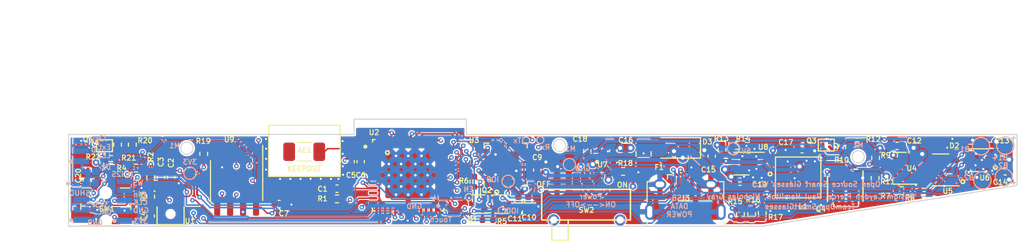
<source format=kicad_pcb>
(kicad_pcb (version 20240108) (generator "pcbnew") (generator_version "8.0")
  (title_block (title "Open Source Smart Glasses") (date "2022-09-21") (rev "v0.4") (comment 1 "Design: Cayden Pierce, Nicholas Gray, Paul Hamilton") (comment 2 "TeamOpenSmartGlasses"))
  (layers (0 "F.Cu" signal "F.Cu_Signals") (1 "In1.Cu" power "In1.Cu_GND") (2 "In2.Cu" power "In2.Cu_Power_GND") (31 "B.Cu" signal "B.Cu_Signals") (34 "B.Paste" user) (35 "F.Paste" user) (36 "B.SilkS" user "B.Silkscreen") (37 "F.SilkS" user "F.Silkscreen") (38 "B.Mask" user) (39 "F.Mask" user) (44 "Edge.Cuts" user))
  (net 0 "")
  (net 1 "EN")
  (net 2 "RGB")
  (net 3 "BATT+")
  (net 4 "Net-(D2-Pad1)")
  (net 5 "Net-(D1-Pad1)")
  (net 6 "HUD+")
  (net 7 "Net-(Q2-Pad1)")
  (net 8 "RTS")
  (net 9 "IO0")
  (net 10 "DTR")
  (net 12 "VBUS")
  (net 13 "TX_ESP")
  (net 14 "RX_ESP")
  (net 20 "+3V3")
  (net 24 "Net-(R18-Pad2)")
  (net 25 "Net-(C10-Pad1)")
  (net 26 "USB-")
  (net 27 "USB+")
  (net 29 "PSEN")
  (net 30 "Net-(AE1-Pad2)")
  (net 31 "BATT1-")
  (net 32 "+5V")
  (net 33 "Net-(C15-Pad1)")
  (net 35 "Net-(Q1-Pad1)")
  (net 36 "Net-(Q3-Pad3)")
  (net 37 "Net-(F1-Pad1)")
  (net 38 "SWITCH")
  (net 39 "i2S2_CLK")
  (net 40 "i2S2_Data")
  (net 41 "i2S2_WS")
  (net 42 "Net-(R8-Pad2)")
  (net 43 "Net-(L1-Pad2)")
  (net 45 "VDD_SDIO")
  (net 46 "SIO1")
  (net 47 "PSRAM_CS")
  (net 48 "SIO3")
  (net 49 "SCLK")
  (net 50 "SIO2")
  (net 51 "SIO0")
  (net 70 "Net-(R13-Pad1)")
  (net 71 "ALRT")
  (net 72 "TOUCH1")
  (net 73 "SCL")
  (net 74 "SDA")
  (net 75 "Net-(Q4-Pad5)")
  (net 76 "i2S1_Data")
  (net 77 "i2S1_CLK")
  (net 79 "DAC")
  (net 80 "Net-(Q3-Pad1)")
  (net 81 "Net-(R2-Pad1)")
  (net 82 "DISPLAY_EN")
  (net 83 "IO9")
  (net 84 "Net-(Q5-Pad1)")
  (footprint "Resistor_SMD:R_0402_1005Metric" (layer "F.Cu") (at 71.15 77.45 180)
    (property "Reference" "R22")
    (property "Value" "NC")
  )
  (footprint "Resistor_SMD:R_0402_1005Metric" (layer "F.Cu") (at 93.317108 81.318825 180)
    (property "Reference" "R1")
    (property "Value" "10K")
  )
  (footprint "OSSG_footprints:MIC_SPH0645LM4H-B" (layer "F.Cu") (at 77 82.8)
    (property "Reference" "U1")
    (property "Value" "SPH0645LMH")
  )
  (footprint "Package_TO_SOT_SMD:SOT-523" (layer "F.Cu") (at 107.176762 81.829454 180)
    (property "Reference" "Q1")
    (property "Value" "2SC4617R BR")
  )
  (footprint "Capacitor_SMD:C_0402_1005Metric" (layer "F.Cu") (at 132.827042 79.630638)
    (property "Reference" "C19")
    (property "Value" "22uF")
  )
  (footprint "Capacitor_SMD:C_0402_1005Metric" (layer "F.Cu") (at 158.83455 78.612375 180)
    (property "Reference" "C14")
    (property "Value" "22uF")
  )
  (footprint "Diode_SMD:D_SOD-123" (layer "F.Cu") (at 126.710985 76.322776 180)
    (property "Reference" "D3")
    (property "Value" "RB160M-30")
  )
  (footprint "Connector_USB:USB_Micro-B_Amphenol_10118194_Horizontal" (layer "F.Cu") (at 127.479107 81.29074)
    (property "Reference" "J3")
    (property "Value" "USB_B_Micro")
  )
  (footprint "Capacitor_SMD:C_0402_1005Metric" (layer "F.Cu") (at 112.074913 81.620885 -90)
    (property "Reference" "C10")
    (property "Value" "100nF")
  )
  (footprint "OSSG_footprints:DFN100X60X40-3N" (layer "F.Cu") (at 70.52075 76.1)
    (property "Reference" "Q5")
    (property "Value" "PMZ350UPEYL")
  )
  (footprint "OSSG_footprints:ESP32_PICO_D4_PQFN50P700X700X104-49N" (layer "F.Cu") (at 100.3 79)
    (property "Reference" "U2")
    (property "Value" "ESP32-PICO-D4")
  )
  (footprint "Resistor_SMD:R_0402_1005Metric" (layer "F.Cu") (at 75.05 81.1 90)
    (property "Reference" "R3")
    (property "Value" "0R*")
  )
  (footprint "Resistor_SMD:R_0402_1005Metric" (layer "F.Cu") (at 73.25 76 90)
    (property "Reference" "R20")
    (property "Value" "10K")
  )
  (footprint "Resistor_SMD:R_0402_1005Metric" (layer "F.Cu") (at 106.734354 79.631146 -90)
    (property "Reference" "R6")
    (property "Value" "10K")
  )
  (footprint "Resistor_SMD:R_0402_1005Metric" (layer "F.Cu") (at 135.016041 82.717289 90)
    (property "Reference" "R17")
    (property "Value" "10K")
  )
  (footprint "Capacitor_SMD:C_0402_1005Metric" (layer "F.Cu") (at 117.862044 76.579562 -90)
    (property "Reference" "C18")
    (property "Value" "1uF")
  )
  (footprint "OSSG_footprints:SMD_Switch_Panasonic_EVQPUL_EVQPUC_6.3x6.7" (layer "F.Cu") (at 70.65 82.1)
    (property "Reference" "SW1")
    (property "Value" "SW_SPST")
  )
  (footprint "OSSG_footprints:DFN100X60X40-3N" (layer "F.Cu") (at 141.28704 76.041522 180)
    (property "Reference" "Q3")
    (property "Value" "PMZ290UNE2YL")
  )
  (footprint "Resistor_SMD:R_0402_1005Metric" (layer "F.Cu") (at 73.6 78.3)
    (property "Reference" "R4")
    (property "Value" "10K")
  )
  (footprint "OSSG_footprints:1.5uH_YXMAA0402-1R5M-ANP" (layer "F.Cu") (at 138.522558 79.184084 180)
    (property "Reference" "L1")
    (property "Value" "1.5uH")
  )
  (footprint "Capacitor_SMD:C_0402_1005Metric" (layer "F.Cu") (at 93.317684 80.32021 180)
    (property "Reference" "C1")
    (property "Value" "1uF")
  )
  (footprint "Package_TO_SOT_SMD:SOT-523" (layer "F.Cu") (at 109.470543 81.838473)
    (property "Reference" "Q2")
    (property "Value" "2SC4617R BR")
  )
  (footprint "Package_TO_SOT_SMD:SOT-23-6" (layer "F.Cu") (at 152.51326 78.476117 180)
    (property "Reference" "U5")
    (property "Value" "AP5054HTC")
  )
  (footprint "OSSG_footprints:REG_NCP167BMX330TBG" (layer "F.Cu") (at 119.139269 76.637863 90)
    (property "Reference" "U7")
    (property "Value" "NCP167BMX330TBG")
  )
  (footprint "Resistor_SMD:R_0402_1005Metric" (layer "F.Cu") (at 132.538103 76.081567 180)
    (property "Reference" "R14")
    (property "Value" "147K")
  )
  (footprint "Resistor_SMD:R_0402_1005Metric" (layer "F.Cu") (at 71.8 76 90)
    (property "Reference" "R21")
    (property "Value" "100K")
  )
  (footprint "Resistor_SMD:R_0805_2012Metric" (layer "F.Cu") (at 123.380387 76.9069 90)
    (property "Reference" "F1")
    (property "Value" "1A")
  )
  (footprint "OSSG_footprints:ANT3216LL00R2400A" (layer "F.Cu") (at 90.101881 76.601416)
    (property "Reference" "AE1")
    (property "Value" "ANT3216LL00R2400A")
  )
  (footprint "Resistor_SMD:R_0402_1005Metric" (layer "F.Cu") (at 108.093964 83.36266 180)
    (property "Reference" "R5")
    (property "Value" "10K")
  )
  (footprint "Package_DFN_QFN:DFN-8-1EP_2x2mm_P0.5mm_EP0.8x1.6mm" (layer "F.Cu") (at 156.225427 77.521198 180)
    (property "Reference" "U6")
    (property "Value" "MAX17048")
  )
  (footprint "Resistor_SMD:R_0402_1005Metric" (layer "F.Cu") (at 148.694787 80.510534)
    (property "Reference" "R7")
    (property "Value" "100K")
  )
  (footprint "Capacitor_SMD:C_0402_1005Metric" (layer "F.Cu") (at 75.05 83 -90)
    (property "Reference" "C4")
    (property "Value" "100nF")
  )
  (footprint "Resistor_SMD:R_0402_1005Metric" (layer "F.Cu") (at 80.25 76.9 90)
    (property "Reference" "R19")
    (property "Value" "*10k")
  )
  (footprint "Capacitor_SMD:C_0402_1005Metric" (layer "F.Cu") (at 138.920702 76.447219)
    (property "Reference" "C17")
    (property "Value" "22uF")
  )
  (footprint "Package_DFN_QFN:DFN-8-1EP_3x2mm_P0.5mm_EP1.7x1.4mm" (layer "F.Cu") (at 133.709248 77.861457 180)
    (property "Reference" "U8")
    (property "Value" "SY7088")
  )
  (footprint "Capacitor_SMD:C_0402_1005Metric" (layer "F.Cu") (at 148.237075 76.119389)
    (property "Reference" "C12")
    (property "Value" "100nF")
  )
  (footprint "Capacitor_SMD:C_0402_1005Metric" (layer "F.Cu") (at 120.420868 76.583942 -90)
    (property "Reference" "C16")
    (property "Value" "100nF")
  )
  (footprint "Resistor_SMD:R_0402_1005Metric" (layer "F.Cu") (at 146.127496 77.301306 -90)
    (property "Reference" "R9")
    (property "Value" "150")
  )
  (footprint "Capacitor_SMD:C_0402_1005Metric" (layer "F.Cu") (at 68.783522 79.45 90)
    (property "Reference" "C20")
    (property "Value" "1uF")
  )
  (footprint "Diode_SMD:D_0402_1005Metric" (layer "F.Cu") (at 152.054833 76.298232 180)
    (property "Reference" "D2")
    (property "Value" "Red")
  )
  (footprint "Resistor_SMD:R_0402_1005Metric" (layer "F.Cu") (at 144.329268 75.741163)
    (property "Reference" "R12")
    (property "Value" "1M")
  )
  (footprint "Resistor_SMD:R_0402_1005Metric" (layer "F.Cu") (at 132.876626 82.824526 90)
    (property "Reference" "R15")
    (property "Value" "4.7K")
  )
  (footprint "Capacitor_SMD:C_0402_1005Metric" (layer "F.Cu") (at 77.05 79.2 -90)
    (property "Reference" "C2")
    (property "Value" "100nF")
  )
  (footprint "Resistor_SMD:R_0402_1005Metric" (layer "F.Cu") (at 150.817212 80.65807 180)
    (property "Reference" "R8")
    (property "Value" "2.1k")
  )
  (footprint "OSSG_footprints:YJQD30P02A_DFN3.3x3.3" (layer "F.Cu") (at 143.142489 80.199202 180)
    (property "Reference" "Q4")
    (property "Value" "YJQD30P02A")
  )
  (footprint "Resistor_SMD:R_0402_1005Metric" (layer "F.Cu") (at 75.05 79.2 90)
    (property "Reference" "R2")
    (property "Value" "0R*")
  )
  (footprint "Capacitor_SMD:C_0402_1005Metric" (layer "F.Cu") (at 130.060864 77.131641 90)
    (property "Reference" "C15")
    (property "Value" "1uF")
  )
  (footprint "Capacitor_SMD:C_0402_1005Metric" (layer "F.Cu") (at 112.953381 78.5 -90)
    (property "Reference" "C9")
    (property "Value" "1uF")
  )
  (footprint "Capacitor_SMD:C_0402_1005Metric" (layer "F.Cu") (at 111.100914 81.61903 -90)
    (property "Reference" "C11")
    (property "Value" "100nF")
  )
  (footprint "Resistor_SMD:R_0402_1005Metric" (layer "F.Cu") (at 121.376482 78.623756 180)
    (property "Reference" "R18")
    (property "Value" "10K")
  )
  (footprint "Resistor_SMD:R_0402_1005Metric" (layer "F.Cu") (at 146.078592 79.281236 90)
    (property "Reference" "R11")
    (property "Value" "1M")
  )
  (footprint "Package_DFN_QFN:QFN-24-1EP_4x4mm_P0.5mm_EP2.6x2.6mm" (layer "F.Cu") (at 109.85 77.955205 90)
    (property "Reference" "U3")
    (property "Value" "CH9102F")
  )
  (footprint "Capacitor_SMD:C_0402_1005Metric" (layer "F.Cu") (at 95.641746 77.67 -90)
    (property "Reference" "C6")
    (property "Value" "100nF")
  )
  (footprint "Package_TO_SOT_SMD:SOT-23" (layer "F.Cu") (at 148.489303 78.316677 180)
    (property "Reference" "U4")
    (property "Value" "XC61CC3002MR")
  )
  (footprint "Capacitor_SMD:C_0402_1005Metric" (layer "F.Cu") (at 87.65 81.8255)
    (property "Reference" "C7")
    (property "Value" "100nF")
  )
  (footprint "Capacitor_SMD:C_0402_1005Metric" (layer "F.Cu") (at 94.658254 77.67 -90)
    (property "Reference" "C5")
    (property "Value" "10uF")
  )
  (footprint "OSSG_footprints:SW_SMD_SPDT_Slide_9x6.9-hole" (layer "F.Cu") (at 113.388842 80.386871)
    (property "Reference" "SW2")
    (property "Value" "Power")
  )
  (footprint "Resistor_SMD:R_0402_1005Metric" (layer "F.Cu") (at 142.816193 76.230313 -90)
    (property "Reference" "R10")
    (property "Value" "100K")
  )
  (footprint "Capacitor_SMD:C_0402_1005Metric" (layer "F.Cu") (at 158.357718 77.163138 90)
    (property "Reference" "C13")
    (property "Value" "100nF")
  )
  (footprint "Capacitor_SMD:C_0402_1005Metric" (layer "F.Cu") (at 76.05 79.2 90)
    (property "Reference" "C3")
    (property "Value" "200pF")
  )
  (footprint "Resistor_SMD:R_0402_1005Metric" (layer "F.Cu") (at 131.067832 76.503506 90)
    (property "Reference" "R13")
    (property "Value" "470K")
  )
  (footprint "Resistor_SMD:R_0402_1005Metric" (layer "F.Cu") (at 133.979985 82.821535 90)
    (property "Reference" "R16")
    (property "Value" "4.7K")
  )
  (footprint "Package_SO:SOP-8_3.9x4.9mm_P1.27mm" (layer "F.Cu") (at 83.473563 79.525 -90)
    (property "Reference" "U9")
    (property "Value" "LY68L6400SLIT_PSRAM")
  )
  (footprint "OSSG_footprints:Solder-3P-Connector" (layer "B.Cu") (at 68.2525 76.15 90)
    (property "Reference" "J2")
    (property "Value" "Ext RGB")
  )
  (footprint "OSSG_footprints:Breakout_pads" (layer "B.Cu") (at 158.85 76.09 180)
    (property "Reference" "TP16")
    (property "Value" "Batt2+")
  )
  (footprint "OSSG_footprints:LED_WS2812C-2020" (layer "B.Cu") (at 68.716478 79.2)
    (property "Reference" "D1")
    (property "Value" "WS2812B-2020")
  )
  (footprint "OSSG_footprints:Solder-3P-Connector" (layer "B.Cu") (at 68.25 81.9 90)
    (property "Reference" "J5")
    (property "Value" "Ext. HUD")
  )
  (footprint "OSSG_footprints:Breakout_pads_very_small" (layer "B.Cu") (at 106.257253 81.146701 180)
    (property "Reference" "TP5")
    (property "Value" "EN")
  )
  (footprint "OSSG_footprints:Breakout_pads_very_small" (layer "B.Cu") (at 111.85 75.6 180)
    (property "Reference" "TP13")
    (property "Value" "Tx")
  )
  (footprint "OSSG_footprints:Breakout_pads_small" (layer "B.Cu") (at 132.203771 76.395375 180)
    (property "Reference" "TP2")
    (property "Value" "5V")
  )
  (footprint "OSSG_footprints:Breakout_pads_small" (layer "B.Cu") (at 110.1 79.6 180)
    (property "Reference" "TP1")
    (property "Value" "IO9")
  )
  (footprint "OSSG_footprints:Breakout_pads" (layer "B.Cu") (at 156.462587 76.154252 180)
    (property "Reference" "TP18")
    (property "Value" "BATT2-")
  )
  (footprint "OSSG_footprints:Breakout_pads_very_small" (layer "B.Cu") (at 109.482087 82.456883 180)
    (property "Reference" "TP12")
    (property "Value" "IO0")
  )
  (footprint "OSSG_footprints:Breakout_pads_small" (layer "B.Cu") (at 116.1 77.95 180)
    (property "Reference" "TP9")
    (property "Value" "GND")
  )
  (footprint "OSSG_footprints:Breakout_pads_very_small" (layer "B.Cu") (at 113.25 75.55 180)
    (property "Reference" "TP14")
    (property "Value" "Rx")
  )
  (footprint "OSSG_footprints:Solder-5P-Connector" (layer "B.Cu") (at 72.5025 82 90)
    (property "Reference" "J1")
    (property "Value" "Conn_01x05_Male")
  )
  (footprint "OSSG_footprints:Solder-2P-Connector" (layer "B.Cu") (at 102.342943 83.491236 -90)
    (property "Reference" "J4")
    (property "Value" "Touch")
  )
  (footprint "OSSG_footprints:Breakout_pads_small" (layer "B.Cu") (at 78.9 78.8 180)
    (property "Reference" "TP8")
    (property "Value" "3V3")
  )
  (footprint "OSSG_footprints:Breakout_pads" (layer "B.Cu") (at 158.7 79.2 180)
    (property "Reference" "TP15")
    (property "Value" "Batt1+")
  )
  (footprint "OSSG_footprints:Breakout_pads" (layer "B.Cu") (at 156.6 79.5 180)
    (property "Reference" "TP17")
    (property "Value" "BATT1-")
  )
  (gr_line (start 69.55 81.95) (end 69 81.65) (stroke (width 0.15)) (layer "B.SilkS"))
  (gr_line (start 69.75 82.8) (end 69.1 82.65) (stroke (width 0.15)) (layer "B.SilkS"))
  (gr_circle (center 157.871419 78.242036) (end 157.979424 78.386042) (stroke (width 0.15)) (fill none) (layer "F.SilkS"))
  (gr_circle (center 98.265331 76.78095) (end 98.373336 76.924956) (stroke (width 0.15)) (fill none) (layer "F.SilkS"))
  (gr_circle (center 154.685276 79.628098) (end 154.793281 79.772104) (stroke (width 0.15)) (fill none) (layer "F.SilkS"))
  (gr_circle (center 108.981071 80.641944) (end 109.089076 80.78595) (stroke (width 0.15)) (fill none) (layer "F.SilkS"))
  (gr_circle (center 135.778992 78.877577) (end 135.886997 79.021583) (stroke (width 0.15)) (fill none) (layer "F.SilkS"))
  (gr_line (start 111.41633 82.834838) (end 111.494331 82.517957) (stroke (width 0.15)) (layer "F.SilkS"))
  (gr_circle (center 78.6 76.35) (end 79.2 76.35) (stroke (width 0.1)) (fill none) (layer "Edge.Cuts"))
  (gr_line (start 67 84) (end 67 75) (stroke (width 0.1)) (layer "Edge.Cuts"))
  (gr_line (start 67 75) (end 95 75) (stroke (width 0.1)) (layer "Edge.Cuts"))
  (gr_line (start 106 73.5) (end 106 75) (stroke (width 0.1)) (layer "Edge.Cuts"))
  (gr_circle (center 144.425 77.2) (end 145.025 77.2) (stroke (width 0.1)) (fill none) (layer "Edge.Cuts"))
  (gr_line (start 95 73.5) (end 106 73.5) (stroke (width 0.1)) (layer "Edge.Cuts"))
  (gr_line (start 106 75) (end 160 75) (stroke (width 0.1)) (layer "Edge.Cuts"))
  (gr_line (start 67 84) (end 135 84) (stroke (width 0.1)) (layer "Edge.Cuts"))
  (gr_line (start 135 84) (end 160 80) (stroke (width 0.1)) (layer "Edge.Cuts"))
  (gr_circle (center 115.15 76.075) (end 115.75 76.075) (stroke (width 0.1)) (fill none) (layer "Edge.Cuts"))
  (gr_line (start 160 80) (end 160 75) (stroke (width 0.1)) (layer "Edge.Cuts"))
  (gr_line (start 95 75) (end 95 73.5) (stroke (width 0.1)) (layer "Edge.Cuts"))
  (gr_text "-" (at 78.980947 75.503056 0) (layer "B.SilkS") (effects (font (size 0.5 0.5) (thickness 0.1)) (justify mirror)))
  (gr_text "TeamOpenSmartGlasses\n" (at 139.705519 82.080339 0) (layer "B.SilkS") (effects (font (size 0.5 0.5) (thickness 0.1)) (justify mirror)))
  (gr_text "3V3" (at 74.1 83.5 0) (layer "B.SilkS") (effects (font (size 0.5 0.5) (thickness 0.1)) (justify mirror)))
  (gr_text "GND" (at 69.6 83.65 0) (layer "B.SilkS") (effects (font (size 0.5 0.5) (thickness 0.1)) (justify mirror)))
  (gr_text "CLK" (at 74.05 81.65 0) (layer "B.SilkS") (effects (font (size 0.5 0.5) (thickness 0.1)) (justify mirror)))
  (gr_text "3V3" (at 70.3 81.9 0) (layer "B.SilkS") (effects (font (size 0.5 0.5) (thickness 0.1)) (justify mirror)))
  (gr_text "D" (at 69.45 76.5 0) (layer "B.SilkS") (effects (font (size 0.5 0.5) (thickness 0.1)) (justify mirror)))
  (gr_text "M1" (at 144.4 76.05 0) (layer "B.SilkS") (effects (font (size 0.5 0.5) (thickness 0.1)) (justify mirror)))
  (gr_text "+" (at 159.662503 75.316457 0) (layer "B.SilkS") (effects (font (size 0.5 0.5) (thickness 0.1)) (justify mirror)))
  (gr_text "Din" (at 73.95 80.9 0) (layer "B.SilkS") (effects (font (size 0.5 0.5) (thickness 0.1)) (justify mirror)))
  (gr_text "Touch" (at 103.5 83.35 0) (layer "B.SilkS") (effects (font (size 0.5 0.5) (thickness 0.1)) (justify mirror)))
  (gr_text "5V" (at 69.55 75.6 0) (layer "B.SilkS") (effects (font (size 0.5 0.5) (thickness 0.1)) (justify mirror)))
  (gr_text "HUD" (at 67.85 80.75 0) (layer "B.SilkS") (effects (font (size 0.5 0.5) (thickness 0.1)) (justify mirror)))
  (gr_text "Ext.\nLED" (at 70.45 76.65 0) (layer "B.SilkS") (effects (font (size 0.5 0.5) (thickness 0.1)) (justify mirror)))
  (gr_text "Design: Cayden Pierce, Paul Hamilton, Nicholas Gray" (at 139.757625 81.087239 0) (layer "B.SilkS") (effects (font (size 0.5 0.5) (thickness 0.1)) (justify mirror)))
  (gr_text "WS" (at 73.8 79.75 0) (layer "B.SilkS") (effects (font (size 0.5 0.5) (thickness 0.1)) (justify mirror)))
  (gr_text "USB\nDATA\nPOWER" (at 126.893016 82.036477 0) (layer "B.SilkS") (effects (font (size 0.5 0.5) (thickness 0.1)) (justify mirror)))
  (gr_text "GND" (at 74.1 82.45 0) (layer "B.SilkS") (effects (font (size 0.5 0.5) (thickness 0.1)) (justify mirror)))
  (gr_text "M1" (at 116.2 76.4 0) (layer "B.SilkS") (effects (font (size 0.5 0.5) (thickness 0.1)) (justify mirror)))
  (gr_text "M1" (at 77.4 76.1 0) (layer "B.SilkS") (effects (font (size 0.5 0.5) (thickness 0.1)) (justify mirror)))
  (gr_text "+" (at 159.686068 79.687759 0) (layer "B.SilkS") (effects (font (size 0.5 0.5) (thickness 0.1)) (justify mirror)))
  (gr_text "DAC" (at 70.5 82.6 0) (layer "B.SilkS") (effects (font (size 0.5 0.5) (thickness 0.1)) (justify mirror)))
  (gr_text "GND" (at 100.9 82.05 0) (layer "B.SilkS") (effects (font (size 0.5 0.5) (thickness 0.1)) (justify mirror)))
  (gr_text "Power\nON<-->OFF" (at 118.206996 81.477476 0) (layer "B.SilkS") (effects (font (size 0.5 0.5) (thickness 0.1)) (justify mirror)))
  (gr_text "i2S" (at 71.8 78.9 0) (layer "B.SilkS") (effects (font (size 0.5 0.5) (thickness 0.1)) (justify mirror)))
  (gr_text "Open Source Smart Glasses V0.5" (at 140.305077 79.879235 0) (layer "B.SilkS") (effects (font (size 0.5 0.5) (thickness 0.1)) (justify mirror)))
  (gr_text "OFF" (at 113.563491 79.876912 0) (layer "F.SilkS") (effects (font (size 0.5 0.5) (thickness 0.1))))
  (gr_text "ON" (at 121.3 79.95 0) (layer "F.SilkS") (effects (font (size 0.5 0.5) (thickness 0.1))))
  (segment (start 106.394889 81.818014) (end 106.394889 81.482783) (width 0.3) (layer "F.Cu") (net 1))
  (segment (start 93.797684 80.32021) (end 93.797684 81.289401) (width 0.15) (layer "F.Cu") (net 1))
  (segment (start 106.394889 81.482783) (end 106.211042 81.298936) (width 0.3) (layer "F.Cu") (net 1))
  (segment (start 94.74042 80.3) (end 94.72021 80.32021) (width 0.15) (layer "F.Cu") (net 1))
  (segment (start 93.797684 81.289401) (end 93.827108 81.318825) (width 0.15) (layer "F.Cu") (net 1))
  (segment (start 96.375 80.25) (end 96.86 80.25) (width 0.15) (layer "F.Cu") (net 1))
  (segment (start 94.72021 80.32021) (end 93.797684 80.32021) (width 0.15) (layer "F.Cu") (net 1))
  (segment (start 96.81 80.3) (end 94.74042 80.3) (width 0.15) (layer "F.Cu") (net 1))
  (segment (start 95.85 79.725) (end 96.375 80.25) (width 0.15) (layer "F.Cu") (net 1))
  (segment (start 96.86 80.25) (end 96.81 80.3) (width 0.15) (layer "F.Cu") (net 1))
  (via (at 106.264024 81.244906) (size 0.5) (drill 0.2) (layers "F.Cu" "B.Cu") (net 1))
  (via (at 95.85 79.725) (size 0.45) (drill 0.2) (layers "F.Cu" "B.Cu") (net 1))
  (segment (start 106.154929 81.354001) (end 106.264024 81.244906) (width 0.15) (layer "B.Cu") (net 1))
  (segment (start 106.178064 81.158946) (end 106.264024 81.244906) (width 0.15) (layer "B.Cu") (net 1))
  (segment (start 98.704001 81.354001) (end 106.154929 81.354001) (width 0.15) (layer "B.Cu") (net 1))
  (segment (start 95.85 79.725) (end 97.075 79.725) (width 0.15) (layer "B.Cu") (net 1))
  (segment (start 97.075 79.725) (end 98.704001 81.354001) (width 0.15) (layer "B.Cu") (net 1))
  (segment (start 99.55 82.4375) (end 99.55 82.689214) (width 0.15) (layer "F.Cu") (net 2))
  (segment (start 99.65 83.075) (end 99.65 82.54) (width 0.15) (layer "F.Cu") (net 2))
  (segment (start 77.35 77.1) (end 74.2 77.1) (width 0.2) (layer "F.Cu") (net 2))
  (segment (start 74.2 77.1) (end 74.2 76.8) (width 0.2) (layer "F.Cu") (net 2))
  (segment (start 79.6 79.35) (end 77.35 77.1) (width 0.2) (layer "F.Cu") (net 2))
  (segment (start 79.6 80.9) (end 79.6 79.35) (width 0.2) (layer "F.Cu") (net 2))
  (segment (start 74.2 76.8) (end 74.25 76.75) (width 0.2) (layer "F.Cu") (net 2))
  (segment (start 79.85 81.15) (end 79.6 80.9) (width 0.2) (layer "F.Cu") (net 2))
  (segment (start 99.65 82.54) (end 99.55 82.44) (width 0.15) (layer "F.Cu") (net 2))
  (via (at 79.85 81.15) (size 0.45) (drill 0.2) (layers "F.Cu" "B.Cu") (net 2))
  (via (at 99.65 83.075) (size 0.45) (drill 0.2) (layers "F.Cu" "B.Cu") (net 2))
  (via (at 74.25 76.75) (size 0.45) (drill 0.2) (layers "F.Cu" "B.Cu") (net 2))
  (segment (start 71.9 77.8) (end 70.6 77.8) (width 0.2) (layer "B.Cu") (net 2))
  (segment (start 96.1955 82.9045) (end 87.735698 82.9045) (width 0.15) (layer "B.Cu") (net 2))
  (segment (start 73.9 77.1) (end 72.6 77.1) (width 0.2) (layer "B.Cu") (net 2))
  (segment (start 87.735698 82.9045) (end 87.081198 82.25) (width 0.15) (layer "B.Cu") (net 2))
  (segment (start 70.6 77.8) (end 70.6 78.015) (width 0.2) (layer "B.Cu") (net 2))
  (segment (start 70.6 78.015) (end 69.715 78.9) (width 0.2) (layer "B.Cu") (net 2))
  (segment (start 72.6 77.1) (end 71.9 77.8) (width 0.2) (layer "B.Cu") (net 2))
  (segment (start 98.925 82.35) (end 96.75 82.35) (width 0.15) (layer "B.Cu") (net 2))
  (segment (start 99.65 83.075) (end 98.925 82.35) (width 0.15) (layer "B.Cu") (net 2))
  (segment (start 96.75 82.35) (end 96.1955 82.9045) (width 0.15) (layer "B.Cu") (net 2))
  (segment (start 74.25 76.75) (end 73.9 77.1) (width 0.2) (layer "B.Cu") (net 2))
  (segment (start 84.5 82.25) (end 84.421 82.171) (width 0.15) (layer "B.Cu") (net 2))
  (segment (start 87.081198 82.25) (end 84.5 82.25) (width 0.15) (layer "B.Cu") (net 2))
  (segment (start 84.421 82.171) (end 80.871 82.171) (width 0.15) (layer "B.Cu") (net 2))
  (segment (start 80.871 82.171) (end 79.85 81.15) (width 0.15) (layer "B.Cu") (net 2))
  (segment (start 146.078592 78.771236) (end 146.030626 78.819202) (width 0.5) (layer "F.Cu") (net 3))
  (segment (start 157.646862 76.005477) (end 157.958262 75.694077) (width 0.4) (layer "F.Cu") (net 3))
  (segment (start 147.757075 76.119389) (end 147.757075 76.065831) (width 0.5) (layer "F.Cu") (net 3))
  (segment (start 146.078592 78.771236) (end 146.476004 78.771236) (width 0.5) (layer "F.Cu") (net 3))
  (segment (start 147.480394 78.422843) (end 147.480394 78.244491) (width 0.4) (layer "F.Cu") (net 3))
  (segment (start 157.444055 77.643138) (end 157.239649 77.438732) (width 0.5) (layer "F.Cu") (net 3))
  (segment (start 159.31455 78.612375) (end 159.31455 79.322452) (width 0.5) (layer "F.Cu") (net 3))
  (segment (start 147.171213 76.715091) (end 147.53516 76.351144) (width 0.5) (layer "F.Cu") (net 3))
  (segment (start 156.325505 76.256704) (end 153.619765 76.256704) (width 0.5) (layer "F.Cu") (net 3))
  (segment (start 147.498537 78.369943) (end 147.551803 78.316677) (width 0.5) (layer "F.Cu") (net 3))
  (segment (start 156.532324 76.053138) (end 156.329089 76.256373) (width 0.5) (layer "F.Cu") (net 3))
  (segment (start 158.357718 77.643138) (end 158.388278 77.643138) (width 0.5) (layer "F.Cu") (net 3))
  (segment (start 159.31455 77.487154) (end 159.31455 76.583916) (width 0.5) (layer "F.Cu") (net 3))
  (segment (start 146.877297 78.369943) (end 147.498537 78.369943) (width 0.5) (layer "F.Cu") (net 3))
  (segment (start 148.373406 75.5) (end 152.816476 75.5) (width 0.3) (layer "F.Cu") (net 3))
  (segment (start 159.31455 78.56941) (end 159.31455 78.612375) (width 0.5) (layer "F.Cu") (net 3))
  (segment (start 159.222902 77.4643) (end 158.536556 77.4643) (width 0.5) (layer "F.Cu") (net 3))
  (segment (start 157.646862 76.053138) (end 157.646862 76.005477) (width 0.4) (layer "F.Cu") (net 3))
  (segment (start 153.623349 76.256373) (end 153.616806 76.24983) (width 0.5) (layer "F.Cu") (net 3))
  (segment (start 145.482962 78.771197) (end 145.237527 78.525762) (width 0.5) (layer "F.Cu") (net 3))
  (segment (start 147.480394 78.244491) (end 147.53516 78.189725) (width 0.4) (layer "F.Cu") (net 3))
  (segment (start 158.783772 76.053138) (end 157.646862 76.053138) (width 0.5) (layer "F.Cu") (net 3))
  (segment (start 146.078592 78.771236) (end 146.051301 78.771236) (width 0.5) (layer "F.Cu") (net 3))
  (segment (start 147.53516 78.189725) (end 147.171213 77.825778) (width 0.5) (layer "F.Cu") (net 3))
  (segment (start 144.465929 78.525762) (end 144.172489 78.819202) (width 0.5) (layer "F.Cu") (net 3))
  (segment (start 158.388278 77.643138) (end 159.31455 78.56941) (width 0.5) (layer "F.Cu") (net 3))
  (segment (start 122.338382 80.092335) (end 122.338382 79.075656) (width 0.3) (layer "F.Cu") (net 3))
  (segment (start 159.31455 77.487154) (end 159.31455 78.612375) (width 0.5) (layer "F.Cu") (net 3))
  (segment (start 148.184787 80.510534) (end 148.179594 80.510534) (width 0.3) (layer "F.Cu") (net 3))
  (segment (start 157.646862 76.053138) (end 156.532324 76.053138) (width 0.5) (layer "F.Cu") (net 3))
  (segment (start 158.536556 77.4643) (end 158.357718 77.643138) (width 0.5) (layer "F.Cu") (net 3))
  (segment (start 148.184787 80.510534) (end 148.184787 79.127236) (width 0.4) (layer "F.Cu") (net 3))
  (segment (start 147.757075 76.116166) (end 148.373406 75.499835) (width 0.3) (layer "F.Cu") (net 3))
  (segment (start 145.237527 78.525762) (end 144.465929 78.525762) (width 0.5) (layer "F.Cu") (net 3))
  (segment (start 147.171213 77.825778) (end 147.171213 76.715091) (width 0.5) (layer "F.Cu") (net 3))
  (segment (start 152.816476 75.499835) (end 153.616806 76.300165) (width 0.3) (layer "F.Cu") (net 3))
  (segment (start 145.482962 78.819202) (end 145.482962 78.771197) (width 0.5) (layer "F.Cu") (net 3))
  (segment (start 158.357718 77.643138) (end 157.444055 77.643138) (width 0.5) (layer "F.Cu") (net 3))
  (segment (start 148.184787 79.127236) (end 147.480394 78.422843) (width 0.4) (layer "F.Cu") (net 3))
  (segment (start 146.476004 78.771236) (end 146.877297 78.369943) (width 0.5) (layer "F.Cu") (net 3))
  (segment (start 122.338382 79.075656) (end 121.886482 78.623756) (width 0.3) (layer "F.Cu") (net 3))
  (segment (start 147.53516 76.351144) (end 147.53516 76.102417) (width 0.5) (layer "F.Cu") (net 3))
  (segment (start 153.616806 76.24983) (end 153.616806 77.434593) (width 0.5) (layer "F.Cu") (net 3))
  (segment (start 159.31455 79.322452) (end 159.206944 79.430058) (width 0.5) (layer "F.Cu") (net 3))
  (segment (start 146.030626 78.819202) (end 145.482962 78.819202) (width 0.5) (layer "F.Cu") (net 3))
  (segment (start 159.31455 76.583916) (end 158.783772 76.053138) (width 0.5) (layer "F.Cu") (net 3))
  (via (at 122.338382 80.092335) (size 0.65) (drill 0.3) (layers "F.Cu" "B.Cu") (net 3))
  (via (at 159.206944 79.430058) (size 0.8) (drill 0.4) (layers "F.Cu" "B.Cu") (net 3))
  (via (at 159.222902 77.4643) (size 0.8) (drill 0.4) (layers "F.Cu" "B.Cu") (net 3))
  (via (at 157.958262 75.694077) (size 0.8) (drill 0.4) (layers "F.Cu" "B.Cu") (net 3))
  (segment (start 158.85 76.09) (end 158.85 77.022604) (width 0.5) (layer "B.Cu") (net 3))
  (segment (start 159.410827 79.539363) (end 159.039363 79.539363) (width 0.5) (layer "B.Cu") (net 3))
  (segment (start 158.347156 75.587156) (end 158.85 76.09) (width 0.5) (layer "B.Cu") (net 3))
  (segment (start 158.354185 76.09) (end 157.958262 75.694077) (width 0.4) (layer "B.Cu") (net 3))
  (segment (start 157.949849 75.587156) (end 158.347156 75.587156) (width 0.5) (layer "B.Cu") (net 3))
  (segment (start 158.7 76.55) (end 158.7 76.75) (width 0.15) (layer "B.Cu") (net 3))
  (segment (start 158.85 76.09) (end 158.354185 76.09) (width 0.4) (layer "B.Cu") (net 3))
  (segment (start 159.31455 79.443086) (end 159.410827 79.539363) (width 0.5) (layer "B.Cu") (net 3))
  (segment (start 159.31455 77.487154) (end 159.31455 79.443086) (width 0.5) (layer "B.Cu") (net 3))
  (segment (start 159.039363 79.539363) (end 158.7 79.2) (width 0.5) (layer "B.Cu") (net 3))
  (segment (start 158.85 77.022604) (end 159.31455 77.487154) (width 0.5) (layer "B.Cu") (net 3))
  (segment (start 153.074353 79.426117) (end 152.539833 78.891597) (width 0.4) (layer "F.Cu") (net 4))
  (segment (start 153.65076 79.426117) (end 153.074353 79.426117) (width 0.4) (layer "F.Cu") (net 4))
  (segment (start 152.539833 78.891597) (end 152.539833 76.298232) (width 0.4) (layer "F.Cu") (net 4))
  (segment (start 67.275 79.925) (end 67.275 77.1075) (width 0.15) (layer "B.Cu") (net 5))
  (segment (start 67.275 77.1075) (end 67.7625 76.62) (width 0.15) (layer "B.Cu") (net 5))
  (segment (start 67.35 80) (end 67.275 79.925) (width 0.15) (layer "B.Cu") (net 5))
  (segment (start 67.885 80) (end 67.35 80) (width 0.15) (layer "B.Cu") (net 5))
  (segment (start 67.7625 76.62) (end 68.2375 76.62) (width 0.15) (layer "B.Cu") (net 5))
  (segment (start 69.436698 81.37) (end 69.945999 80.860699) (width 0.15) (layer "F.Cu") (net 6))
  (segment (start 70.84575 75.925) (end 70.875 75.925) (width 0.15) (layer "F.Cu") (net 6))
  (segment (start 69.945999 80.401188) (end 70.517853 79.829334) (width 0.15) (layer "F.Cu") (net 6))
  (segment (start 71.66 78.74) (end 70.6 79.8) (width 0.2) (layer "F.Cu") (net 6))
  (segment (start 70.84575 76.1) (end 70.84575 76.63575) (width 0.15) (layer "F.Cu") (net 6))
  (segment (start 69.945999 80.860699) (end 69.945999 80.401188) (width 0.15) (layer "F.Cu") (net 6))
  (segment (start 70.84575 76.63575) (end 71.66 77.45) (width 0.15) (layer "F.Cu") (net 6))
  (segment (start 71.66 77.45) (end 71.66 78.74) (width 0.2) (layer "F.Cu") (net 6))
  (segment (start 69.43 81.37) (end 69.436698 81.37) (width 0.15) (layer "F.Cu") (net 6))
  (via (at 70.517853 79.829334) (size 0.45) (drill 0.2) (layers "F.Cu" "B.Cu") (net 6))
  (via (at 69.43 81.37) (size 0.45) (drill 0.2) (layers "F.Cu" "B.Cu") (net 6))
  (segment (start 69.43 81.37) (end 69.53 81.37) (width 0.2) (layer "B.Cu") (net 6))
  (segment (start 69.920999 80.426188) (end 70.517853 79.829334) (width 0.15) (layer "B.Cu") (net 6))
  (segment (start 69.920999 80.8) (end 69.920999 80.426188) (width 0.15) (layer "B.Cu") (net 6))
  (segment (start 68.144001 81.429001) (end 68.135 81.42) (width 0.15) (layer "B.Cu") (net 6))
  (segment (start 69.920999 80.979001) (end 69.920999 80.8) (width 0.2) (layer "B.Cu") (net 6))
  (segment (start 69.53 81.37) (end 69.920999 80.979001) (width 0.2) (layer "B.Cu") (net 6))
  (segment (start 68.235 81.37) (end 69.43 81.37) (width 0.3) (layer "B.Cu") (net 6))
  (segment (start 107.438454 80.141146) (end 108.635781 81.338473) (width 0.15) (layer "F.Cu") (net 7))
  (segment (start 106.734354 80.141146) (end 107.438454 80.141146) (width 0.15) (layer "F.Cu") (net 7))
  (segment (start 108.635781 81.338473) (end 108.825543 81.338473) (width 0.15) (layer "F.Cu") (net 7))
  (segment (start 108.728414 81.320676) (end 108.728414 81.310166) (width 0.3) (layer "F.Cu") (net 7))
  (segment (start 106.774359 78.04903) (end 106.774359 79.081141) (width 0.15) (layer "F.Cu") (net 8))
  (segment (start 107.9125 76.529672) (end 108.10374 76.338432) (width 0.3) (layer "F.Cu") (net 8))
  (segment (start 108.027827 76.589878) (end 107.9125 76.705205) (width 0.3) (layer "F.Cu") (net 8))
  (segment (start 107.35 79.65) (end 107.263208 79.65) (width 0.15) (layer "F.Cu") (net 8))
  (segment (start 107.263208 79.65) (end 106.734354 79.121146) (width 0.15) (layer "F.Cu") (net 8))
  (segment (start 107.022929 77.80046) (end 106.774359 78.04903) (width 0.15) (layer "F.Cu") (net 8))
  (segment (start 106.774359 79.081141) (end 106.734354 79.121146) (width 0.15) (layer "F.Cu") (net 8))
  (segment (start 107.9125 76.705205) (end 107.9125 76.529672) (width 0.3) (layer "F.Cu") (net 8))
  (segment (start 107.821762 81.329454) (end 107.320546 81.329454) (width 0.15) (layer "F.Cu") (net 8))
  (segment (start 107.320546 81.329454) (end 107.25 81.4) (width 0.15) (layer "F.Cu") (net 8))
  (via (at 108.10374 76.338432) (size 0.45) (drill 0.2) (layers "F.Cu" "B.Cu") (net 8))
  (via (at 107.25 81.4) (size 0.45) (drill 0.2) (layers "F.Cu" "B.Cu") (net 8))
  (via (at 107.35 79.65) (size 0.45) (drill 0.2) (layers "F.Cu" "B.Cu") (net 8))
  (via (at 107.022929 77.80046) (size 0.45) (drill 0.2) (layers "F.Cu" "B.Cu") (net 8))
  (segment (start 108.152177 76.671212) (end 108.152177 76.340647) (width 0.3) (layer "B.Cu") (net 8))
  (segment (start 107.022929 77.80046) (end 108.152177 76.671212) (width 0.3) (layer "B.Cu") (net 8))
  (segment (start 107.25 79.75) (end 107.35 79.65) (width 0.15) (layer "B.Cu") (net 8))
  (segment (start 107.25 81.4) (end 107.25 79.75) (width 0.15) (layer "B.Cu") (net 8))
  (segment (start 106.487057 82.790439) (end 106.767619 82.509877) (width 0.2) (layer "F.Cu") (net 9))
  (segment (start 105.612057 82.790439) (end 106.487057 82.790439) (width 0.2) (layer "F.Cu") (net 9))
  (segment (start 103.277739 83.170465) (end 102.795465 83.170465) (width 0.15) (layer "F.Cu") (net 9))
  (segment (start 102.560891 82.260799) (end 102.560891 82.435441) (width 0.2) (layer "F.Cu") (net 9))
  (segment (start 105.612057 82.790439) (end 105.612057 82.961777) (width 0.2) (layer "F.Cu") (net 9))
  (segment (start 103.277739 83.170465) (end 105.403369 83.170465) (width 0.2) (layer "F.Cu") (net 9))
  (segment (start 110.018414 81.820676) (end 110.018414 81.931472) (width 0.3) (layer "F.Cu") (net 9))
  (segment (start 102.795465 83.170465) (end 102.55 82.925) (width 0.15) (layer "F.Cu") (net 9))
  (segment (start 102.55 82.925) (end 102.55 82.44) (width 0.15) (layer "F.Cu") (net 9))
  (segment (start 110.018414 81.931472) (end 109.602604 82.347282) (width 0.3) (layer "F.Cu") (net 9))
  (segment (start 105.612057 82.961777) (end 105.403369 83.170465) (width 0.2) (layer "F.Cu") (net 9))
  (via (at 106.767619 82.509877) (size 0.45) (drill 0.2) (layers "F.Cu" "B.Cu") (net 9))
  (via (at 109.602604 82.347282) (size 0.45) (drill 0.2) (layers "F.Cu" "B.Cu") (net 9))
  (segment (start 109.440009 82.509877) (end 109.602604 82.347282) (width 0.25) (layer "B.Cu") (net 9))
  (segment (start 106.767619 82.509877) (end 109.440009 82.509877) (width 0.25) (layer "B.Cu") (net 9))
  (segment (start 108.603964 82.445126) (end 108.728414 82.320676) (width 0.3) (layer "F.Cu") (net 10))
  (segment (start 108.317754 81.838084) (end 108.317754 81.910016) (width 0.3) (layer "F.Cu") (net 10))
  (segment (start 107.9125 78.705205) (end 107.266917 78.705205) (width 0.3) (layer "F.Cu") (net 10))
  (segment (start 107.266917 78.705205) (end 107.146648 78.584936) (width 0.3) (layer "F.Cu") (net 10))
  (segment (start 108.317754 81.910016) (end 108.728414 82.320676) (width 0.3) (layer "F.Cu") (net 10))
  (segment (start 108.603964 83.36266) (end 108.603964 82.445126) (width 0.3) (layer "F.Cu") (net 10))
  (via (at 107.203359 78.539039) (size 0.45) (drill 0.2) (layers "F.Cu" "B.Cu") (net 10))
  (via (at 108.282068 81.823656) (size 0.45) (drill 0.2) (layers "F.Cu" "B.Cu") (net 10))
  (segment (start 108.317754 79.756042) (end 108.317754 81.838084) (width 0.3) (layer "B.Cu") (net 10))
  (segment (start 107.146648 78.584936) (end 108.317754 79.756042) (width 0.3) (layer "B.Cu") (net 10))
  (segment (start 141.369858 78.650111) (end 142.053398 78.650111) (width 0.3) (layer "F.Cu") (net 12))
  (segment (start 151.341806 77.434593) (end 151.341806 76.332185) (width 0.5) (layer "F.Cu") (net 12))
  (segment (start 113.233381 78.7) (end 112.953381 78.98) (width 0.4) (layer "F.Cu") (net 12))
  (segment (start 150.700201 76.386724) (end 150.650453 76.336976) (width 0.8) (layer "F.Cu") (net 12))
  (segment (start 145.321277 75.447373) (end 146.981093 75.447373) (width 0.3) (layer "F.Cu") (net 12))
  (segment (start 112.945881 78.9875) (end 111.7875 78.9875) (width 0.4) (layer "F.Cu") (net 12))
  (segment (start 111.7875 78.756189) (end 112.012008 78.980697) (width 0.15) (layer "F.Cu") (net 12))
  (segment (start 111.7875 79.205205) (end 111.7875 78.9875) (width 0.3) (layer "F.Cu") (net 12))
  (segment (start 146.981093 75.447373) (end 146.98305 75.44933) (width 0.3) (layer "F.Cu") (net 12))
  (segment (start 124.732609 75.9944) (end 125.060985 76.322776) (width 0.8) (layer "F.Cu") (net 12))
  (segment (start 149.853663 76.314464) (end 150.627941 76.314464) (width 0.8) (layer "F.Cu") (net 12))
  (segment (start 149.853663 76.314464) (end 150.100138 76.314464) (width 0.6) (layer "F.Cu") (net 12))
  (segment (start 150.650453 76.336976) (end 151.531089 76.336976) (width 0.3) (layer "F.Cu") (net 12))
  (segment (start 126.268415 76.322776) (end 127.224115 77.278476) (width 0.8) (layer "F.Cu") (net 12))
  (segment (start 111.7875 78.9875) (end 111.7875 78.705205) (width 0.3) (layer "F.Cu") (net 12))
  (segment (start 112.012008 78.980697) (end 111.7875 79.205205) (width 0.3) (layer "F.Cu") (net 12))
  (segment (start 112.012008 78.980697) (end 112.952684 78.980697) (width 0.15) (layer "F.Cu") (net 12))
  (segment (start 142.053398 78.650111) (end 142.222489 78.819202) (width 0.3) (layer "F.Cu") (net 12))
  (segment (start 144.983824 75.784826) (end 145.321277 75.447373) (width 0.3) (layer "F.Cu") (net 12))
  (segment (start 144.84388 75.784826) (end 144.983824 75.784826) (width 0.3) (layer "F.Cu") (net 12))
  (segment (start 113.8 78.7) (end 113.233381 78.7) (width 0.4) (layer "F.Cu") (net 12))
  (segment (start 151.531089 76.336976) (end 151.569833 76.298232) (width 0.3) (layer "F.Cu") (net 12))
  (segment (start 112.678586 78.705205) (end 112.953381 78.98) (width 0.15) (layer "F.Cu") (net 12))
  (segment (start 111.7875 78.705205) (end 111.7875 78.756189) (width 0.15) (layer "F.Cu") (net 12))
  (segment (start 111.7875 78.705205) (end 112.678586 78.705205) (width 0.15) (layer "F.Cu") (net 12))
  (segment (start 123.380387 75.9944) (end 124.732609 75.9944) (width 0.8) (layer "F.Cu") (net 12))
  (segment (start 150.700201 76.914527) (end 150.700201 76.386724) (width 0.8) (layer "F.Cu") (net 12))
  (segment (start 112.952684 78.980697) (end 112.953381 78.98) (width 0.15) (layer "F.Cu") (net 12))
  (segment (start 126.268415 76.322776) (end 125.060985 76.322776) (width 0.8) (layer "F.Cu") (net 12))
  (segment (start 150.100138 76.314464) (end 150.700201 76.914527) (width 0.6) (layer "F.Cu") (net 12))
  (segment (start 150.627941 76.314464) (end 150.650453 76.336976) (width 0.8) (layer "F.Cu") (net 12))
  (segment (start 112.953381 78.98) (end 112.945881 78.9875) (width 0.4) (layer "F.Cu") (net 12))
  (segment (start 112.953381 78.98) (end 113.173381 78.98) (width 0.15) (layer "F.Cu") (net 12))
  (via (at 126.360799 76.643861) (size 1) (drill 0.4) (layers "F.Cu" "B.Cu") (net 12))
  (via (at 149.853663 76.314464) (size 1) (drill 0.4) (layers "F.Cu" "B.Cu") (net 12))
  (via (at 127.224115 77.278476) (size 1) (drill 0.4) (layers "F.Cu" "B.Cu") (net 12))
  (via (at 141.369858 78.650111) (size 0.45) (drill 0.2) (layers "F.Cu" "B.Cu") (net 12))
  (via (at 146.994871 75.499849) (size 0.45) (drill 0.2) (layers "F.Cu" "B.Cu") (net 12))
  (via (at 113.8 78.7) (size 0.65) (drill 0.3) (layers "F.Cu" "B.Cu") (net 12))
  (via (at 150.700201 76.914527) (size 1) (drill 0.4) (layers "F.Cu" "B.Cu") (net 12))
  (segment (start 130.578739 78.91624) (end 130.578739 78.961514) (width 0.8) (layer "B.Cu") (net 12))
  (segment (start 149.853663 77.607938) (end 150.021377 77.775652) (width 0.8) (layer "B.Cu") (net 12))
  (segment (start 126.360799 76.643861) (end 126.5895 76.643861) (width 0.8) (layer "B.Cu") (net 12))
  (segment (start 149.853663 76.233622) (end 149.607769 75.987728) (width 0.8) (layer "B.Cu") (net 12))
  (segment (start 150.021377 77.775652) (end 150.700201 77.096827) (width 0.8) (layer "B.Cu") (net 12))
  (segment (start 147.690771 80.106258) (end 141.283926 80.106258) (width 0.8) (layer "B.Cu") (net 12))
  (segment (start 126.360799 76.643861) (end 126.360799 76.863432) (width 0.5) (layer "B.Cu") (net 12))
  (segment (start 120.08867 77.490667) (end 125.513993 77.490667) (width 0.4) (layer "B.Cu") (net 12))
  (segment (start 125.513993 77.490667) (end 126.360799 76.643861) (width 0.4) (layer "B.Cu") (net 12))
  (segment (start 118.540026 79.039312) (end 120.08867 77.490667) (width 0.4) (layer "B.Cu") (net 12))
  (segment (start 150.700201 77.096827) (end 150.700201 76.914527) (width 0.8) (layer "B.Cu") (net 12))
  (segment (start 128.101533 76.643861) (end 130.373912 78.91624) (width 0.8) (layer "B.Cu") (net 12))
  (segment (start 131.104107 79.486882) (end 131.104107 79.491705) (width 0.8) (layer "B.Cu") (net 12))
  (segment (start 126.5895 76.643861) (end 127.224115 77.278476) (width 0.8) (layer "B.Cu") (net 12))
  (segment (start 149.853663 76.314464) (end 149.853663 76.233622) (width 0.8) (layer "B.Cu") (net 12))
  (segment (start 114.41336 79.039312) (end 114.139312 79.039312) (width 0.4) (layer "B.Cu") (net 12))
  (segment (start 114.139312 79.039312) (end 113.8 78.7) (width 0.4) (layer "B.Cu") (net 12))
  (segment (start 130.578739 78.961514) (end 131.104107 79.486882) (width 0.8) (layer "B.Cu") (net 12))
  (segment (start 149.479051 75.888303) (end 149.040078 75.44933) (width 0.3) (layer "B.Cu") (net 12))
  (segment (start 146.973745 75.458635) (end 146.98305 75.44933) (width 0.3) (layer "B.Cu") (net 12))
  (segment (start 149.040078 75.44933) (end 146.98305 75.44933) (width 0.3) (layer "B.Cu") (net 12))
  (segment (start 114.41336 79.039312) (end 118.540026 79.039312) (width 0.4) (layer "B.Cu") (net 12))
  (segment (start 130.373912 78.91624) (end 130.578739 78.91624) (width 0.8) (layer "B.Cu") (net 12))
  (segment (start 141.369858 78.650111) (end 141.369858 80.020326) (width 0.3) (layer "B.Cu") (net 12))
  (segment (start 150.021377 77.775652) (end 147.690771 80.106258) (width 0.8) (layer "B.Cu") (net 12))
  (segment (start 131.182338 80.106258) (end 141.283926 80.106258) (width 0.8) (layer "B.Cu") (net 12))
  (segment (start 141.369858 80.020326) (end 141.283926 80.106258) (width 0.3) (layer "B.Cu") (net 12))
  (segment (start 126.360799 76.643861) (end 128.101533 76.643861) (width 0.8) (layer "B.Cu") (net 12))
  (segment (start 131.104107 79.491705) (end 131.182338 79.569936) (width 0.8) (layer "B.Cu") (net 12))
  (segment (start 131.182338 79.569936) (end 131.182338 80.106258) (width 0.8) (layer "B.Cu") (net 12))
  (segment (start 114.404306 79.030258) (end 114.395252 79.039312) (width 0.15) (layer "B.Cu") (net 12))
  (segment (start 149.853663 76.314464) (end 149.853663 77.607938) (width 0.8) (layer "B.Cu") (net 12))
  (segment (start 101.05 75.125) (end 101.480026 74.694974) (width 0.15) (layer "F.Cu") (net 13))
  (segment (start 101.480026 74.694974) (end 104.741466 74.694974) (width 0.15) (layer "F.Cu") (net 13))
  (segment (start 104.741466 74.694974) (end 105.321492 75.275) (width 0.15) (layer "F.Cu") (net 13))
  (segment (start 112.45 75.4745) (end 112.2505 75.275) (width 0.15) (layer "F.Cu") (net 13))
  (segment (start 105.321492 75.275) (end 107.014948 75.275) (width 0.15) (layer "F.Cu") (net 13))
  (segment (start 112.2505 75.275) (end 107.014948 75.275) (width 0.15) (layer "F.Cu") (net 13))
  (segment (start 107.9125 77.205205) (end 107.628769 77.205205) (width 0.2) (layer "F.Cu") (net 13))
  (segment (start 107.3 77) (end 107.505205 77.205205) (width 0.15) (layer "F.Cu") (net 13))
  (segment (start 101.05 75.56) (end 101.05 75.125) (width 0.15) (layer "F.Cu") (net 13))
  (segment (start 106.719974 75.569974) (end 107.3 76.15) (width 0.15) (layer "F.Cu") (net 13))
  (segment (start 107.3 76.15) (end 107.3 77) (width 0.15) (layer "F.Cu") (net 13))
  (segment (start 107.014948 75.275) (end 106.719974 75.569974) (width 0.15) (layer "F.Cu") (net 13))
  (segment (start 112.45 75.55) (end 112.45 75.4745) (width 0.15) (layer "F.Cu") (net 13))
  (segment (start 107.9125 77.205205) (end 107.505205 77.205205) (width 0.15) (layer "F.Cu") (net 13))
  (via (at 112.45 75.55) (size 0.45) (drill 0.2) (layers "F.Cu" "B.Cu") (net 13))
  (segment (start 111.85 75.6) (end 112.4 75.6) (width 0.15) (layer "B.Cu") (net 13))
  (segment (start 112.2745 75.55) (end 112.4 75.4245) (width 0.15) (layer "B.Cu") (net 13))
  (segment (start 112.4 75.6) (end 112.45 75.55) (width 0.15) (layer "B.Cu") (net 13))
  (segment (start 111.9 75.55) (end 112.2745 75.55) (width 0.15) (layer "B.Cu") (net 13))
  (segment (start 101.780026 74.944974) (end 101.805052 74.97) (width 0.15) (layer "F.Cu") (net 14))
  (segment (start 105.26901 75.676026) (end 106.326026 75.676026) (width 0.15) (layer "F.Cu") (net 14))
  (segment (start 107.048223 77.101776) (end 107.651652 77.705205) (width 0.15) (layer "F.Cu") (net 14))
  (segment (start 101.55 75.175) (end 101.780026 74.944974) (width 0.15) (layer "F.Cu") (net 14))
  (segment (start 101.55 75.56) (end 101.55 75.175) (width 0.15) (layer "F.Cu") (net 14))
  (segment (start 107.048223 77.101776) (end 107.048223 76.398223) (width 0.15) (layer "F.Cu") (net 14))
  (segment (start 107.048223 77.101776) (end 106.951776 77.101776) (width 0.15) (layer "F.Cu") (net 14))
  (segment (start 101.805052 74.97) (end 104.562984 74.97) (width 0.15) (layer "F.Cu") (net 14))
  (segment (start 101.560891 75.730799) (end 101.560891 75.556157) (width 0.2) (layer "F.Cu") (net 14))
  (segment (start 107.576559 77.705205) (end 107.9125 77.705205) (width 0.2) (layer "F.Cu") (net 14))
  (segment (start 106.326026 75.676026) (end 107.048223 76.398223) (width 0.15) (layer "F.Cu") (net 14))
  (segment (start 104.562984 74.97) (end 105.26901 75.676026) (width 0.15) (layer "F.Cu") (net 14))
  (segment (start 106.951776 77.101776) (end 106.85 77) (width 0.15) (layer "F.Cu") (net 14))
  (segment (start 107.651652 77.705205) (end 107.9125 77.705205) (width 0.15) (layer "F.Cu") (net 14))
  (via (at 113.05 76.25) (size 0.45) (drill 0.2) (layers "F.Cu" "B.Cu") (net 14))
  (via (at 106.85 77) (size 0.45) (drill 0.2) (layers "F.Cu" "B.Cu") (net 14))
  (segment (start 113.25 75.55) (end 113.25 76.05) (width 0.15) (layer "B.Cu") (net 14))
  (segment (start 113.25 76.05) (end 113.05 76.25) (width 0.15) (layer "B.Cu") (net 14))
  (segment (start 92.818825 81.318825) (end 93.4 81.9) (width 0.15) (layer "F.Cu") (net 20))
  (segment (start 76.77 78.72) (end 76.3 78.25) (width 0.15) (layer "F.Cu") (net 20))
  (segment (start 119.933591 78.68162) (end 119.638842 78.386871) (width 0.6) (layer "F.Cu") (net 20))
  (segment (start 78.253 81.079) (end 78.777698 81.079) (width 0.15) (layer "F.Cu") (net 20))
  (segment (start 79.05 80.806698) (end 79.05 80.25) (width 0.15) (layer "F.Cu") (net 20))
  (segment (start 100.55 82.725) (end 101.1 83.275) (width 0.15) (layer "F.Cu") (net 20))
  (segment (start 111.100914 80.818771) (end 111.238307 80.818771) (width 0.5) (layer "F.Cu") (net 20))
  (segment (start 94.696746 77.19) (end 95.34 77.19) (width 0.3) (layer "F.Cu") (net 20))
  (segment (start 69.6 75.9) (end 69.6 75.4) (width 0.25) (layer "F.Cu") (net 20))
  (segment (start 77.05 78.72) (end 76.77 78.72) (width 0.15) (layer "F.Cu") (net 20))
  (segment (start 95.34 77.19) (end 95.641746 77.19) (width 0.3) (layer "F.Cu") (net 20))
  (segment (start 96.86 77.25) (end 96.86 77.75) (width 0.15) (layer "F.Cu") (net 20))
  (segment (start 117.964451 77.388683) (end 118.647764 77.388683) (width 0.8) (layer "F.Cu") (net 20))
  (segment (start 93.4 81.9) (end 94.1 81.9) (width 0.15) (layer "F.Cu") (net 20))
  (segment (start 74.11 78.3) (end 74.65 78.3) (width 0.15) (layer "F.Cu") (net 20))
  (segment (start 95.34 77.19) (end 96.682241 77.19) (width 0.3) (layer "F.Cu") (net 20))
  (segment (start 100.05 76) (end 100.05 75.56) (width 0.2) (layer "F.Cu") (net 20))
  (segment (start 98.55 75.56) (end 98.55 75.225) (width 0.15) (layer "F.Cu") (net 20))
  (segment (start 134.940003 83.331535) (end 135.019562 83.251976) (width 0.3) (layer "F.Cu") (net 20))
  (segment (start 119.008855 77.919675) (end 118.394985 77.919675) (width 0.6) (layer "F.Cu") (net 20))
  (segment (start 78.5 79.7) (end 78.35 79.7) (width 0.15) (layer "F.Cu") (net 20))
  (segment (start 76.3 78.25) (end 75.4 78.25) (width 0.15) (layer "F.Cu") (net 20))
  (segment (start 119.933591 79.444228) (end 119.933591 78.68162) (width 0.6) (layer "F.Cu") (net 20))
  (segment (start 97.045891 77.55365) (end 97.045891 77.745799) (width 0.15) (layer "F.Cu") (net 20))
  (segment (start 75.4 78.25) (end 75.05 77.9) (width 0.15) (layer "F.Cu") (net 20))
  (segment (start 98.55 75.775) (end 98.55 75.41374) (width 0.15) (layer "F.Cu") (net 20))
  (segment (start 132.281096 83.334526) (end 131.972762 83.026192) (width 0.4) (layer "F.Cu") (net 20))
  (segment (start 100.05 75.775) (end 100.05 75.410117) (width 0.15) (layer "F.Cu") (net 20))
  (segment (start 71.635 75.325) (end 71.8 75.49) (width 0.25) (layer "F.Cu") (net 20))
  (segment (start 98.795 74.97) (end 98.675 74.85) (width 0.15) (layer "F.Cu") (net 20))
  (segment (start 77.9 78.55) (end 77.22 78.55) (width 0.15) (layer "F.Cu") (net 20))
  (segment (start 94.1 81.9) (end 94.6 81.4) (width 0.15) (layer "F.Cu") (net 20))
  (segment (start 76.05 78.72) (end 75.87 78.72) (width 0.15) (layer "F.Cu") (net 20))
  (segment (start 111.100914 80.818771) (end 111.100914 81.13903) (width 0.4) (layer "F.Cu") (net 20))
  (segment (start 97.6 76.999541) (end 97.085661 77.51388) (width 0.15) (layer "F.Cu") (net 20))
  (segment (start 74.5 78.69) (end 74.11 78.3) (width 0.15) (layer "F.Cu") (net 20))
  (segment (start 132.876626 83.334526) (end 133.976994 83.334526) (width 0.4) (layer "F.Cu") (net 20))
  (segment (start 77.37 78.72) (end 77.05 78.72) (width 0.15) (layer "F.Cu") (net 20))
  (segment (start 103.05 76) (end 102.8 76.25) (width 0.2) (layer "F.Cu") (net 20))
  (segment (start 97.6 76.575) (end 97.6 76.999541) (width 0.15) (layer "F.Cu") (net 20))
  (segment (start 75.87 78.72) (end 75.05 77.9) (width 0.15) (layer "F.Cu") (net 20))
  (segment (start 77.22 78.55) (end 77.05 78.72) (width 0.15) (layer "F.Cu") (net 20))
  (segment (start 77.05 78.72) (end 76.05 78.72) (width 0.15) (layer "F.Cu") (net 20))
  (segment (start 98.805 74.97) (end 99.82 74.97) (width 0.15) (layer "F.Cu") (net 20))
  (segment (start 70.64 77.45) (end 70.64 77.34) (width 0.15) (layer "F.Cu") (net 20))
  (segment (start 75.08 78.72) (end 75.05 78.69) (width 0.15) (layer "F.Cu") (net 20))
  (segment (start 74.65 78.3) (end 75.05 77.9) (width 0.15) (layer "F.Cu") (net 20))
  (segment (start 119.638842 78.386871) (end 119.476051 78.386871) (width 0.6) (layer "F.Cu") (net 20))
  (segment (start 96.682241 77.19) (end 97.045891 77.55365) (width 0.3) (layer "F.Cu") (net 20))
  (segment (start 70.19575 76.275) (end 69.975 76.275) (width 0.15) (layer "F.Cu") (net 20))
  (segment (start 94.46 77.19) (end 94.1 77.55) (width 0.3) (layer "F.Cu") (net 20))
  (segment (start 97.045891 77.745799) (end 96.992047 77.745799) (width 0.15) (layer "F.Cu") (net 20))
  (segment (start 70.19575 76.275) (end 70.19575 76.89575) (width 0.15) (layer "F.Cu") (net 20))
  (segment (start 110.6 79.892705) (end 110.6 80.317857) (width 0.4) (layer "F.Cu") (net 20))
  (segment (start 100.552616 82.269074) (end 100.560891 82.260799) (width 0.15) (layer "F.Cu") (net 20))
  (segment (start 71.8 75.49) (end 71.61 75.3) (width 0.2) (layer "F.Cu") (net 20))
  (segment (start 96.86 76.25) (end 96.86 75.365) (width 0.15) (layer "F.Cu") (net 20))
  (segment (start 97.45 74.775) (end 98.6 74.775) (width 0.15) (layer "F.Cu") (net 20))
  (segment (start 119.476051 78.386871) (end 119.008855 77.919675) (width 0.6) (layer "F.Cu") (net 20))
  (segment (start 111.238307 80.818771) (end 111.728727 80.328351) (width 0.5) (layer "F.Cu") (net 20))
  (segment (start 97.085661 77.51388) (end 97.098735 77.500806) (width 0.4) (layer "F.Cu") (net 20))
  (segment (start 80.25 77.41) (end 80.25 78.2) (width 0.25) (layer "F.Cu") (net 20))
  (segment (start 102.8 76.25) (end 100.3 76.25) (width 0.2) (layer "F.Cu") (net 20))
  (segment (start 97.045891 77.245799) (end 97.045891 77.745799) (width 0.15) (layer "F.Cu") (net 20))
  (segment (start 96.86 76.25) (end 97.275 76.25) (width 0.15) (layer "F.Cu") (net 20))
  (segment (start 75.05 78.69) (end 74.5 78.69) (width 0.15) (layer "F.Cu") (net 20))
  (segment (start 69.675 75.325) (end 71.635 75.325) (width 0.25) (layer "F.Cu") (net 20))
  (segment (start 78.35 79.7) (end 77.37 78.72) (width 0.15) (layer "F.Cu") (net 20))
  (segment (start 110.6 80.317857) (end 111.100914 80.818771) (width 0.4) (layer "F.Cu") (net 20))
  (segment (start 117.862044 77.059562) (end 117.862044 77.286276) (width 0.3) (layer "F.Cu") (net 20))
  (segment (start 118.394985 77.919675) (end 118.394985 77.819217) (width 0.6) (layer "F.Cu") (net 20))
  (segment (start 117.862044 77.286276) (end 117.964451 77.388683) (width 0.3) (layer "F.Cu") (net 20))
  (segment (start 70.64 77.34) (end 70.19575 76.89575) (width 0.15) (layer "F.Cu") (net 20))
  (segment (start 96.86 75.365) (end 97.45 74.775) (width 0.15) (layer "F.Cu") (net 20))
  (segment (start 100.55 82.44) (end 100.55 82.725) (width 0.15) (layer "F.Cu") (net 20))
  (segment (start 79.05 80.25) (end 78.5 79.7) (width 0.15) (layer "F.Cu") (net 20))
  (segment (start 133.976994 83.334526) (end 133.979985 83.331535) (width 0.4) (layer "F.Cu") (net 20))
  (segment (start 103.46 75.56) (end 103.5 75.6) (width 0.2) (layer "F.Cu") (net 20))
  (segment (start 98.6 74.775) (end 98.675 74.85) (width 0.15) (layer "F.Cu") (net 20))
  (segment (start 94.658254 77.19) (end 94.46 77.19) (width 0.15) (layer "F.Cu") (net 20))
  (segment (start 92.807108 81.318825) (end 92.818825 81.318825) (width 0.15) (layer "F.Cu") (net 20))
  (segment (start 133.979985 83.331535) (end 134.940003 83.331535) (width 0.3) (layer "F.Cu") (net 20))
  (segment (start 103.05 75.56) (end 103.05 76) (width 0.2) (layer "F.Cu") (net 20))
  (segment (start 69.6 75.4) (end 69.675 75.325) (width 0.25) (layer "F.Cu") (net 20))
  (segment (start 100.05 75.2) (end 100.05 75.56) (width 0.15) (layer "F.Cu") (net 20))
  (segment (start 103.05 75.56) (end 103.46 75.56) (width 0.2) (layer "F.Cu") (net 20))
  (segment (start 92.807108 81.318825) (end 92.807108 81.457108) (width 0.15) (layer "F.Cu") (net 20))
  (segment (start 99.82 74.97) (end 100.05 75.2) (width 0.15) (layer "F.Cu") (net 20))
  (segment (start 78.777698 81.079) (end 79.05 80.806698) (width 0.15) (layer "F.Cu") (net 20))
  (segment (start 97.045891 77.55365) (end 97.085661 77.51388) (width 0.3) (layer "F.Cu") (net 20))
  (segment (start 98.805 74.97) (end 98.795 74.97) (width 0.15) (layer "F.Cu") (net 20))
  (segment (start 76.05 78.72) (end 75.08 78.72) (width 0.15) (layer "F.Cu") (net 20))
  (segment (start 98.55 75.225) (end 98.805 74.97) (width 0.15) (layer "F.Cu") (net 20))
  (segment (start 69.975 76.275) (end 69.6 75.9) (width 0.15) (layer "F.Cu") (net 20))
  (segment (start 71.8 75.49) (end 71.8 75.51) (width 0.2) (layer "F.Cu") (net 20))
  (segment (start 75.05 78.69) (end 75.05 77.9) (width 0.15) (layer "F.Cu") (net 20))
  (segment (start 77.9 80.726) (end 78.253 81.079) (width 0.15) (layer "F.Cu") (net 20))
  (segment (start 100.3 76.25) (end 100.05 76) (width 0.2) (layer "F.Cu") (net 20))
  (segment (start 97.275 76.25) (end 97.6 76.575) (width 0.15) (layer "F.Cu") (net 20))
  (segment (start 132.876626 83.334526) (end 132.281096 83.334526) (width 0.4) (layer "F.Cu") (net 20))
  (segment (start 118.394985 77.819217) (end 117.964451 77.388683) (width 0.6) (layer "F.Cu") (net 20))
  (via (at 80.25 78.2) (size 0.45) (drill 0.2) (layers "F.Cu" "B.Cu") (net 20))
  (via (at 105.781301 83.561655) (size 0.45) (drill 0.2) (layers "F.Cu" "B.Cu") (net 20))
  (via (at 105.85 82.25) (size 0.45) (drill 0.2) (layers "F.Cu" "B.Cu") (net 20))
  (via (at 70.19575 76.89575) (size 0.45) (drill 0.2) (layers "F.Cu" "B.Cu") (net 20))
  (via (at 95.75 82.15) (size 0.45) (drill 0.2) (layers "F.Cu" "B.Cu") (net 20))
  (via (at 111.728727 80.328351) (size 0.65) (drill 0.3) (layers "F.Cu" "B.Cu") (net 20))
  (via (at 94.6 81.4) (size 0.45) (drill 0.2) (layers "F.Cu" "B.Cu") (net 20))
  (via (at 103.5 75.6) (size 0.45) (drill 0.2) (layers "F.Cu" "B.Cu") (net 20))
  (via (at 69.6 75.9) (size 0.45) (drill 0.2) (layers "F.Cu" "B.Cu") (net 20))
  (via (at 75.05 77.9) (size 0.45) (drill 0.2) (layers "F.Cu" "B.Cu") (net 20))
  (via (at 94.1 77.55) (size 0.45) (drill 0.2) (layers "F.Cu" "B.Cu") (net 20))
  (via (at 118.394985 77.919675) (size 0.8) (drill 0.4) (layers "F.Cu" "B.Cu") (net 20))
  (via (at 71.5 83.1) (size 0.45) (drill 0.2) (layers "F.Cu" "B.Cu") (net 20))
  (via (at 119.933591 79.444228) (size 0.8) (drill 0.4) (layers "F.Cu" "B.Cu") (net 20))
  (via (at 131.972762 83.026192) (size 0.65) (drill 0.3) (layers "F.Cu" "B.Cu") (net 20))
  (via (at 77.9 78.55) (size 0.45) (drill 0.2) (layers "F.Cu" "B.Cu") (net 20))
  (via (at 101.1 83.275) (size 0.45) (drill 0.2) (layers "F.Cu" "B.Cu") (net 20))
  (via (at 98.675 74.85) (size 0.45) (drill 0.2) (layers "F.Cu" "B.Cu") (net 20))
  (segment (start 72.4875 83.47) (end 71.87 83.47) (width 0.15) (layer "B.Cu") (net 20))
  (segment (start 71.87 83.47) (end 71.5 83.1) (width 0.15) (layer "B.Cu") (net 20))
  (segment (start 79.65 78.8) (end 80.25 78.2) (width 0.15) (layer "B.Cu") (net 20))
  (segment (start 78.9 78.8) (end 79.65 78.8) (width 0.15) (layer "B.Cu") (net 20))
  (segment (start 78.15 78.8) (end 77.9 78.55) (width 0.15) (layer "B.Cu") (net 20))
  (segment (start 96.295999 81.604001) (end 103.904001 81.604001) (width 0.15) (layer "B.Cu") (net 20))
  (segment (start 72.4875 83.47) (end 71.82 83.47) (width 0.15) (layer "B.Cu") (net 20))
  (segment (start 105.75 82.35) (end 105.85 82.25) (width 0.15) (layer "B.Cu") (net 20))
  (segment (start 104.65 82.35) (end 105.75 82.35) (width 0.15) (layer "B.Cu") (net 20))
  (segment (start 95.75 82.15) (end 96.295999 81.604001) (width 0.15) (layer "B.Cu") (net 20))
  (segment (start 78.9 78.8) (end 78.15 78.8) (width 0.15) (layer "B.Cu") (net 20))
  (segment (start 103.904001 81.604001) (end 104.65 82.35) (width 0.15) (layer "B.Cu") (net 20))
  (segment (start 120.866482 78.623756) (end 120.866482 79.42987) (width 0.3) (layer "F.Cu") (net 24))
  (segment (start 119.140646 81.155706) (end 118.357677 81.155706) (width 0.3) (layer "F.Cu") (net 24))
  (segment (start 118.357677 81.155706) (end 116.788842 79.586871) (width 0.3) (layer "F.Cu") (net 24))
  (segment (start 120.866482 79.42987) (end 119.140646 81.155706) (width 0.3) (layer "F.Cu") (net 24))
  (segment (start 112.074913 80.883431) (end 112.550463 80.407881) (width 0.25) (layer "F.Cu") (net 25))
  (segment (start 112.508046 79.743349) (end 111.249356 79.743349) (width 0.25) (layer "F.Cu") (net 25))
  (segment (start 111.249356 79.743349) (end 111.1 79.892705) (width 0.25) (layer "F.Cu") (net 25))
  (segment (start 112.550463 80.407881) (end 112.550463 79.785766) (width 0.25) (layer "F.Cu") (net 25))
  (segment (start 112.074913 81.140885) (end 112.074913 80.883431) (width 0.25) (layer "F.Cu") (net 25))
  (segment (start 112.550463 79.785766) (end 112.508046 79.743349) (width 0.25) (layer "F.Cu") (net 25))
  (segment (start 126.448713 78.755403) (end 126.448713 78.613089) (width 0.2) (layer "F.Cu") (net 26))
  (segment (start 126.448713 78.755403) (end 126.829107 79.135797) (width 0.2) (layer "F.Cu") (net 26))
  (segment (start 126.448713 78.613089) (end 126.298713 78.463089) (width 0.2) (layer "F.Cu") (net 26))
  (segment (start 110.077653 79.915052) (end 110.1 79.892705) (width 0.2) (layer "F.Cu") (net 26))
  (segment (start 126.829107 79.135797) (end 126.829107 79.89074) (width 0.2) (layer "F.Cu") (net 26))
  (segment (start 110.1 80.709581) (end 110.056674 80.752907) (width 0.2) (layer "F.Cu") (net 26))
  (segment (start 110.1 79.892705) (end 110.1 80.709581) (width 0.2) (layer "F.Cu") (net 26))
  (via (at 126.298713 78.463089) (size 0.45) (drill 0.2) (layers "F.Cu" "B.Cu") (net 26))
  (via (at 110.056674 80.752907) (size 0.45) (drill 0.2) (layers "F.Cu" "B.Cu") (net 26))
  (segment (start 126.298713 78.463089) (end 126.448713 78.613089) (width 0.2) (layer "B.Cu") (net 26))
  (segment (start 124.632758 80.644483) (end 124.654714 80.666439) (width 0.2) (layer "B.Cu") (net 26))
  (segment (start 124.654714 80.666439) (end 125.404276 80.666439) (width 0.2) (layer "B.Cu") (net 26))
  (segment (start 126.448713 79.622002) (end 125.404276 80.666439) (width 0.2) (layer "B.Cu") (net 26))
  (segment (start 110.279962 81.188328) (end 112.293371 81.188328) (width 0.2) (layer "B.Cu") (net 26))
  (segment (start 110.056674 80.96504) (end 110.279962 81.188328) (width 0.2) (layer "B.Cu") (net 26))
  (segment (start 110.79049 81.188828) (end 113.364172 81.188828) (width 0.2) (layer "B.Cu") (net 26))
  (segment (start 126.448713 78.613089) (end 126.448713 79.622002) (width 0.2) (layer "B.Cu") (net 26))
  (segment (start 113.364172 81.188828) (end 113.908517 80.644483) (width 0.2) (layer "B.Cu") (net 26))
  (segment (start 110.056674 80.752907) (end 110.056674 80.96504) (width 0.2) (layer "B.Cu") (net 26))
  (segment (start 112.293371 81.188328) (end 112.293871 81.188828) (width 0.2) (layer "B.Cu") (net 26))
  (segment (start 113.908517 80.644483) (end 124.632758 80.644483) (width 0.2) (layer "B.Cu") (net 26))
  (segment (start 126.998713 78.466318) (end 127.479107 78.946712) (width 0.2) (layer "F.Cu") (net 27))
  (segment (start 109.6 79.892705) (end 109.6 80.529668) (width 0.2) (layer "F.Cu") (net 27))
  (segment (start 109.561698 80.56797) (end 109.6 80.529668) (width 0.2) (layer "F.Cu") (net 27))
  (segment (start 126.998713 78.463089) (end 126.998713 78.466318) (width 0.2) (layer "F.Cu") (net 27))
  (segment (start 127.479107 78.946712) (end 127.479107 79.89074) (width 0.2) (layer "F.Cu") (net 27))
  (segment (start 109.561698 81.247883) (end 109.561698 80.56797) (width 0.2) (layer "F.Cu") (net 27))
  (via (at 126.998713 78.463089) (size 0.45) (drill 0.2) (layers "F.Cu" "B.Cu") (net 27))
  (via (at 109.561698 81.247883) (size 0.45) (drill 0.2) (layers "F.Cu" "B.Cu") (net 27))
  (segment (start 125.591921 81.044483) (end 114.074205 81.044483) (width 0.2) (layer "B.Cu") (net 27))
  (segment (start 126.998713 78.463089) (end 126.848713 78.613089) (width 0.2) (layer "B.Cu") (net 27))
  (segment (start 126.848713 78.613089) (end 126.848713 79.78769) (width 0.2) (layer "B.Cu") (net 27))
  (segment (start 114.074205 81.044483) (end 113.52986 81.588828) (width 0.2) (layer "B.Cu") (net 27))
  (segment (start 126.848713 79.78769) (end 125.591921 81.044483) (width 0.2) (layer "B.Cu") (net 27))
  (segment (start 110.114776 81.588828) (end 109.773831 81.247883) (width 0.2) (layer "B.Cu") (net 27))
  (segment (start 113.52986 81.588828) (end 110.114776 81.588828) (width 0.15) (layer "B.Cu") (net 27))
  (segment (start 109.773831 81.247883) (end 109.561698 81.247883) (width 0.2) (layer "B.Cu") (net 27))
  (segment (start 146.561072 76.335989) (end 146.561072 76.384074) (width 0.4) (layer "F.Cu") (net 29))
  (segment (start 136.06151 76.57522) (end 136.06151 77.466463) (width 0.3) (layer "F.Cu") (net 29))
  (segment (start 146.561072 76.384074) (end 146.068258 76.876888) (width 0.4) (layer "F.Cu") (net 29))
  (segment (start 149.426803 78.740573) (end 147.870713 77.184483) (width 0.4) (layer "F.Cu") (net 29))
  (segment (start 149.426803 79.266677) (end 149.426803 78.740573) (width 0.4) (layer "F.Cu") (net 29))
  (segment (start 149.41016 79.139725) (end 149.41016 80.305161) (width 0.5) (layer "F.Cu") (net 29))
  (segment (start 147.870713 77.184483) (end 147.870713 77.022823) (width 0.4) (layer "F.Cu") (net 29))
  (segment (start 136.06151 77.466463) (end 135.916516 77.611457) (width 0.3) (layer "F.Cu") (net 29))
  (segment (start 149.41016 80.305161) (end 149.204787 80.510534) (width 0.5) (layer "F.Cu") (net 29))
  (segment (start 135.916516 77.611457) (end 135.159248 77.611457) (width 0.3) (layer "F.Cu") (net 29))
  (via (at 136.06151 76.57522) (size 0.6) (drill 0.25) (layers "F.Cu" "B.Cu") (net 29))
  (via (at 146.561072 76.335989) (size 0.7) (drill 0.3) (layers "F.Cu" "B.Cu") (net 29))
  (via (at 147.870713 77.022823) (size 0.7) (drill 0.3) (layers "F.Cu" "B.Cu") (net 29))
  (segment (start 147.247906 77.022823) (end 146.561072 76.335989) (width 0.4) (layer "B.Cu") (net 29))
  (segment (start 141.718139 76.792312) (end 141.466129 76.792312) (width 0.3) (layer "B.Cu") (net 29))
  (segment (start 146.561072 76.335989) (end 146.23004 76.335989) (width 0.3) (layer "B.Cu") (net 29))
  (segment (start 136.764317 76.014677) (end 136.622053 76.014677) (width 0.3) (layer "B.Cu") (net 29))
  (segment (start 147.870713 77.022823) (end 147.247906 77.022823) (width 0.4) (layer "B.Cu") (net 29))
  (segment (start 142.726184 76.619504) (end 142.553376 76.792312) (width 0.3) (layer "B.Cu") (net 29))
  (segment (start 142.553376 76.792312) (end 141.718139 76.792312) (width 0.3) (layer "B.Cu") (net 29))
  (segment (start 141.466129 76.792312) (end 140.796498 76.122681) (width 0.3) (layer "B.Cu") (net 29))
  (segment (start 142.726184 76.158683) (end 142.726184 76.619504) (width 0.3) (layer "B.Cu") (net 29))
  (segment (start 143.352612 75.532255) (end 142.726184 76.158683) (width 0.3) (layer "B.Cu") (net 29))
  (segment (start 140.796498 76.122681) (end 140.688494 76.014677) (width 0.3) (layer "B.Cu") (net 29))
  (segment (start 145.426306 75.532255) (end 143.352612 75.532255) (width 0.3) (layer "B.Cu") (net 29))
  (segment (start 136.622053 76.014677) (end 136.06151 76.57522) (width 0.3) (layer "B.Cu") (net 29))
  (segment (start 146.23004 76.335989) (end 145.426306 75.532255) (width 0.3) (layer "B.Cu") (net 29))
  (segment (start 140.688494 76.014677) (end 136.764317 76.014677) (width 0.3) (layer "B.Cu") (net 29))
  (segment (start 92.394153 76.396672) (end 96.096672 76.396672) (width 0.15) (layer "F.Cu") (net 30))
  (segment (start 96.096672 76.396672) (end 96.45 76.75) (width 0.15) (layer "F.Cu") (net 30))
  (segment (start 92.089409 76.701416) (end 92.394153 76.396672) (width 0.15) (layer "F.Cu") (net 30))
  (segment (start 133.709248 76.742712) (end 133.709248 77.861457) (width 0.6) (layer "F.Cu") (net 31))
  (segment (start 132.398017 75.431481) (end 133.048103 76.081567) (width 0.3) (layer "F.Cu") (net 31))
  (segment (start 68.783522 78.433522) (end 68.65 78.3) (width 0.15) (layer "F.Cu") (net 31))
  (segment (start 95.641746 78.15) (end 94.658254 78.15) (width 0.25) (layer "F.Cu") (net 31))
  (segment (start 114.95 79.525713) (end 114.888842 79.586871) (width 0.4) (layer "F.Cu") (net 31))
  (segment (start 72.825 82.4) (end 73.275 82.85) (width 0.3) (layer "F.Cu") (net 31))
  (segment (start 82.081091 78.194409) (end 82.05 78.2255) (width 0.15) (layer "F.Cu") (net 31))
  (segment (start 109.044028 80.613997) (end 108.913796 80.744229) (width 0.3) (layer "F.Cu") (net 31))
  (segment (start 68.025 82.95) (end 68.75 82.95) (width 0.3) (layer "F.Cu") (net 31))
  (segment (start 112.953381 78.02) (end 113.48 78.02) (width 0.4) (layer "F.Cu") (net 31))
  (segment (start 152.539365 80.126117) (end 151.96884 80.696642) (width 0.6) (layer "F.Cu") (net 31))
  (segment (start 151.347949 80.696642) (end 151.337561 80.686254) (width 0.5) (layer "F.Cu") (net 31))
  (segment (start 153.911158 78.736515) (end 154.364349 78.736515) (width 0.5) (layer "F.Cu") (net 31))
  (segment (start 69.45 83.05) (end 69.7 83.3) (width 0.3) (layer "F.Cu") (net 31))
  (segment (start 77.65 82.968832) (end 77.138832 83.48) (width 0.15) (layer "F.Cu") (net 31))
  (segment (start 114.95 78.15) (end 114.95 79.525713) (width 0.4) (layer "F.Cu") (net 31))
  (segment (start 129.726268 75.431481) (end 132.398017 75.431481) (width 0.3) (layer "F.Cu") (net 31))
  (segment (start 77.138832 83.48) (end 75.05 83.48) (width 0.15) (layer "F.Cu") (net 31))
  (segment (start 142.816193 75.720313) (end 142.786262 75.690382) (width 0.3) (layer "F.Cu") (net 31))
  (segment (start 157.042885 79.92404) (end 158.35455 78.612375) (width 0.5) (layer "F.Cu") (net 31))
  (segment (start 140.060462 76.447219) (end 140.133094 76.519851) (width 0.5) (layer "F.Cu") (net 31))
  (segment (start 156.144716 79.92404) (end 157.042885 79.92404) (width 0.5) (layer "F.Cu") (net 31))
  (segment (start 129.332992 76.543861) (end 129.332992 75.824757) (width 0.3) (layer "F.Cu") (net 31))
  (segment (start 156.221769 77.511515) (end 156.221769 79.20112) (width 0.5) (layer "F.Cu") (net 31))
  (segment (start 74.15 80.45) (end 75.05 81.35) (width 0.15) (layer "F.Cu") (net 31))
  (segment (start 134.256811 76.412787) (end 134.256811 75.891801) (width 0.3) (layer "F.Cu") (net 31))
  (segment (start 82.081091 76.9) (end 81.568563 76.9) (width 0.15) (layer "F.Cu") (net 31))
  (segment (start 148.722551 76.552116) (end 149.41016 77.239725) (width 0.5) (layer "F.Cu") (net 31))
  (segment (start 156.209661 77.699477) (end 156.776298 78.266114) (width 0.5) (layer "F.Cu") (net 31))
  (segment (start 130.060864 76.651641) (end 129.440772 76.651641) (width 0.5) (layer "F.Cu") (net 31))
  (segment (start 156.221769 79.20112) (end 156.221769 79.846987) (width 0.5) (layer "F.Cu") (net 31))
  (segment (start 142.786262 75.690382) (end 141.906789 75.690382) (width 0.3) (layer "F.Cu") (net 31))
  (segment (start 119.565348 77.063942) (end 119.583819 77.063942) (width 0.3) (layer "F.Cu") (net 31))
  (segment (start 109.1 79.892705) (end 109.1 78.705205) (width 0.3) (layer "F.Cu") (net 31))
  (segment (start 75.093 83.523) (end 75.05 83.48) (width 0.3) (layer "F.Cu") (net 31))
  (segment (start 69.45 82.4) (end 69.45 83.05) (width 0.3) (layer "F.Cu") (net 31))
  (segment (start 88.8 81.8255) (end 88.85 81.8755) (width 0.15) (layer "F.Cu") (net 31))
  (segment (start 118.400345 76.637863) (end 117.862044 76.099562) (width 0.3) (layer "F.Cu") (net 31))
  (segment (start 68.783522 78.97) (end 68.783522 78.433522) (width 0.15) (layer "F.Cu") (net 31))
  (segment (start 73.805 83.48) (end 73.275 82.95) (width 0.3) (layer "F.Cu") (net 31))
  (segment (start 119.139269 76.637863) (end 118.400345 76.637863) (width 0.3) (layer "F.Cu") (net 31))
  (segment (start 113.48 78.02) (end 113.8 77.7) (width 0.4) (layer "F.Cu") (net 31))
  (segment (start 77.65 82.78) (end 77.65 82.968832) (width 0.15) (layer "F.Cu") (net 31))
  (segment (start 158.357718 76.683138) (end 156.866783 76.683138) (width 0.5) (layer "F.Cu") (net 31))
  (segment (start 75.05 83.48) (end 73.805 83.48) (width 0.3) (layer "F.Cu") (net 31))
  (segment (start 111.100914 82.330376) (end 111.476258 82.70572) (width 0.4) (layer "F.Cu") (net 31))
  (segment (start 74.15 80.25) (end 74.15 80.45) (width 0.15) (layer "F.Cu") (net 31))
  (segment (start 156.221769 79.846987) (end 156.144716 79.92404) (width 0.5) (layer "F.Cu") (net 31))
  (segment (start 75.05 81.35) (end 75.05 81.61) (width 0.15) (layer "F.Cu") (net 31))
  (segment (start 141.906789 75.690382) (end 141.782041 75.81513) (width 0.3) (layer "F.Cu") (net 31))
  (segment (start 111.100914 82.09903) (end 111.100914 82.330376) (width 0.4) (layer "F.Cu") (net 31))
  (segment (start 88.13 81.8255) (end 88.8 81.8255) (width 0.15) (layer "F.Cu") (net 31))
  (segment (start 112.074913 82.100885) (end 112.092137 82.100885) (width 0.4) (layer "F.Cu") (net 31))
  (segment (start 129.440772 76.651641) (end 129.332992 76.543861) (width 0.5) (layer "F.Cu") (net 31))
  (segment (start 119.139269 76.637863) (end 119.565348 77.063942) (width 0.3) (layer "F.Cu") (net 31))
  (segment (start 109.1 78.705205) (end 109.85 77.955205) (width 0.3) (layer "F.Cu") (net 31))
  (segment (start 133.307042 78.263663) (end 133.709248 77.861457) (width 0.6) (layer "F.Cu") (net 31))
  (segment (start 77.68 79.68) (end 77.8 79.8) (width 0.15) (layer "F.Cu") (net 31))
  (segment (start 130.127244 79.902165) (end 128.976744 79.902165) (width 0.8) (layer "F.Cu") (net 31))
  (segment (start 82.081091 76.9) (end 82.081091 78.194409) (width 0.15) (layer "F.Cu") (net 31))
  (segment (start 133.048103 76.081567) (end 133.709248 76.742712) (width 0.6) (layer "F.Cu") (net 31))
  (segment (start 77.05 79.68) (end 77.68 79.68) (width 0.15) (layer "F.Cu") (net 31))
  (segment (start 155.551874 79.92404) (end 155.349797 80.126117) (width 0.6) (layer "F.Cu") (net 31))
  (segment (start 156.221769 77.511515) (end 156.221769 77.694878) (width 0.5) (layer "F.Cu") (net 31))
  (segment (start 156.221769 77.328152) (end 156.221769 77.511515) (width 0.5) (layer "F.Cu") (net 31))
  (segment (start 143.819268 75.741163) (end 142.837043 75.741163) (width 0.3) (layer "F.Cu") (net 31))
  (segment (start 120.420868 77.063942) (end 119.583819 77.063942) (width 0.8) (layer "F.Cu") (net 31))
  (segment (start 69.45 82.4) (end 72.825 82.4) (width 0.3) (layer "F.Cu") (net 31))
  (segment (start 142.837043 75.741163) (end 142.816193 75.720313) (width 0.3) (layer "F.Cu") (net 31))
  (segment (start 109.1 79.892705) (end 109.044028 79.948677) (width 0.3) (layer "F.Cu") (net 31))
  (segment (start 156.788406 78.261515) (end 157.221769 78.261515) (width 0.5) (layer "F.Cu") (net 31))
  (segment (start 68.75 82.95) (end 69.3 82.4) (width 0.3) (layer "F.Cu") (net 31))
  (segment (start 151.96884 80.696642) (end 151.347949 80.696642) (width 0.5) (layer "F.Cu") (net 31))
  (segment (start 124.001922 82.598319) (end 131.001922 82.598319) (width 0.6) (layer "F.Cu") (net 31))
  (segment (start 134.164532 77.001962) (end 135.313524 77.001962) (width 0.6) (layer "F.Cu") (net 31))
  (segment (start 133.307042 79.630638) (end 133.307042 78.263663) (width 0.6) (layer "F.Cu") (net 31))
  (segment (start 153.65076 78.476117) (end 153.911158 78.736515) (width 0.5) (layer "F.Cu") (net 31))
  (segment (start 139.400702 76.447219) (end 140.060462 76.447219) (width 0.5) (layer "F.Cu") (net 31))
  (segment (start 69.45 82.4) (end 69.8 82.4) (width 0.3) (layer "F.Cu") (net 31))
  (segment (start 154.364349 78.736515) (end 155.551874 79.92404) (width 0.5) (layer "F.Cu") (net 31))
  (segment (start 155.551874 79.92404) (end 156.144716 79.92404) (width 0.5) (layer "F.Cu") (net 31))
  (segment (start 155.971769 77.261515) (end 155.221769 77.261515) (width 0.5) (layer "F.Cu") (net 31))
  (segment (start 77.05 79.68) (end 76.05 79.68) (width 0.15) (layer "F.Cu") (net 31))
  (segment (start 69.3 82.4) (end 69.45 82.4) (width 0.3) (layer "F.Cu") (net 31))
  (segment (start 156.221769 77.511515) (end 155.971769 77.261515) (width 0.5) (layer "F.Cu") (net 31))
  (segment (start 155.349797 80.126117) (end 152.539365 80.126117) (width 0.6) (layer "F.Cu") (net 31))
  (segment (start 156.866783 76.683138) (end 156.221769 77.328152) (width 0.5) (layer "F.Cu") (net 31))
  (segment (start 109.044028 79.948677) (end 109.044028 80.613997) (width 0.3) (layer "F.Cu") (net 31))
  (segment (start 129.332992 75.824757) (end 129.726268 75.431481) (width 0.3) (layer "F.Cu") (net 31))
  (segment (start 114.888842 78.211158) (end 114.95 78.15) (width 0.15) (layer "F.Cu") (net 31))
  (via (at 86.365978 76.395473) (size 0.45) (drill 0.2) (layers "F.Cu" "B.Cu") (net 31))
  (via (at 72.4875 82.47) (size 0.45) (drill 0.2) (layers "F.Cu" "B.Cu") (net 31))
  (via (at 156.684822 78.386429) (size 0.45) (drill 0.2) (layers "F.Cu" "B.Cu") (net 31))
  (via (at 100.25 83.45) (size 0.45) (drill 0.2) (layers "F.Cu" "B.Cu") (net 31))
  (via (at 135.810133 82.510205) (size 0.45) (drill 0.2) (layers "F.Cu" "B.Cu") (net 31))
  (via (at 108.857163 76.960761) (size 0.6) (drill 0.25) (layers "F.Cu" "B.Cu") (net 31))
  (via (at 134.114032 79.21088) (size 0.45) (drill 0.2) (layers "F.Cu" "B.Cu") (net 31))
  (via (at 91.725 79.360221) (size 0.45) (drill 0.2) (layers "F.Cu" "B.Cu") (net 31))
  (via (at 133.471543 76.120176) (size 0.45) (drill 0.2) (layers "F.Cu" "B.Cu") (net 31))
  (via (at 155.637711 75.556992) (size 0.7) (drill 0.3) (layers "F.Cu" "B.Cu") (net 31))
  (via (at 137.405096 81.243364) (size 0.45) (drill 0.2) (layers "F.Cu" "B.Cu") (net 31))
  (via (at 69.8 82.4) (size 0.45) (drill 0.2) (layers "F.Cu" "B.Cu") (net 31))
  (via (at 69.7 83.3) (size 0.45) (drill 0.2) (layers "F.Cu" "B.Cu") (net 31))
  (via (at 113.8 77.7) (size 0.65) (drill 0.3) (layers "F.Cu" "B.Cu") (net 31))
  (via (at 138.188988 79.291242) (size 0.45) (drill 0.2) (layers "F.Cu" "B.Cu") (net 31))
  (via (at 140.772773 81.908792) (size 0.45) (drill 0.2) (layers "F.Cu" "B.Cu") (net 31))
  (via (at 156.060441 79.209422) (size 0.7) (drill 0.3) (layers "F.Cu" "B.Cu") (net 31))
  (via (at 139.764685 81.592586) (size 0.45) (drill 0.2) (layers "F.Cu" "B.Cu") (net 31))
  (via (at 156.551717 77.507381) (size 0.45) (drill 0.2) (layers "F.Cu" "B.Cu") (net 31))
  (via (at 90.724579 79.356853) (size 0.45) (drill 0.2) (layers "F.Cu" "B.Cu") (net 31))
  (via (at 82.05 78.2255) (size 0.45) (drill 0.2) (layers "F.Cu" "B.Cu") (net 31))
  (via (at 93.873563 76.8995) (size 0.45) (drill 0.2) (layers "F.Cu" "B.Cu") (net 31))
  (via (at 93.862472 75.65) (size 0.45) (drill 0.2) (layers "F.Cu" "B.Cu") (net 31))
  (via (at 134.434819 78.379661) (size 0.45) (drill 0.2) (layers "F.Cu" "B.Cu") (net 31))
  (via (at 93.911041 78.9495) (size 0.45) (drill 0.2) (layers "F.Cu" "B.Cu") (net 31))
  (via (at 140.174828 77.634956) (size 0.45) (drill 0.2) (layers "F.Cu" "B.Cu") (net 31))
  (via (at 137.635098 82.500578) (size 0.45) (drill 0.2) (layers "F.Cu" "B.Cu") (net 31))
  (via (at 137.305303 76.52573) (size 0.45) (drill 0.2) (layers "F.Cu" "B.Cu") (net 31))
  (via (at 110.899695 78.569517) (size 0.6) (drill 0.25) (layers "F.Cu" "B.Cu") (net 31))
  (via (at 111.476258 82.70572) (size 0.45) (drill 0.2) (layers "F.Cu" "B.Cu") (net 31))
  (via (at 155.927117 78.023742) (size 0.45) (drill 0.2) (layers "F.Cu" "B.Cu") (net 31))
  (via (at 108.913796 80.744229) (size 0.45) (drill 0.2) (layers "F.Cu" "B.Cu") (net 31))
  (via (at 122.865457 78.713732) (size 0.45) (drill 0.2) (layers "F.Cu" "B.Cu") (net 31))
  (via (at 88.737346 79.366419) (size 0.45) (drill 0.2) (layers "F.Cu" "B.Cu") (net 31))
  (via (at 152.860858 80.062216) (size 0.45) (drill 0.2) (layers "F.Cu" "B.Cu") (net 31))
  (via (at 86.369347 77.395893) (size 0.45) (drill 0.2) (layers "F.Cu" "B.Cu") (net 31))
  (via (at 134.424875 77.155052) (size 0.45) (drill 0.2) (layers "F.Cu" "B.Cu") (net 31))
  (via (at 119.879671 76.656732) (size 0.45) (drill 0.2) (layers "F.Cu" "B.Cu") (net 31))
  (via (at 77.8 79.8) (size 0.45) (drill 0.2) (layers "F.Cu" "B.Cu") (net 31))
  (via (at 133.225052 79.128151) (size 0.45) (drill 0.2) (layers "F.Cu" "B.Cu") (net 31))
  (via (at 89.737766 79.366419) (size 0.45) (drill 0.2) (layers "F.Cu" "B.Cu") (net 31))
  (via (at 134.256811 76.412787) (size 0.45) (drill 0.2) (layers "F.Cu" "B.Cu") (net 31))
  (via (at 93.458326 79.364204) (size 0.45) (drill 0.2) (layers "F.Cu" "B.Cu") (net 31))
  (via (at 128.073316 78.238505) (size 0.45) (drill 0.2) (layers "F.Cu" "B.Cu") (net 31))
  (via (at 137.515167 77.653704) (size 0.45) (drill 0.2) (layers "F.Cu" "B.Cu") (net 31))
  (via (at 157.859542 76.971134) (size 0.45) (drill 0.2) (layers "F.Cu" "B.Cu") (net 31))
  (via (at 86.35 75.45) (size 0.45) (drill 0.2) (layers "F.Cu" "B.Cu") (net 31))
  (via (at 150.077042 79.958564) (size 0.45) (drill 0.2) (layers "F.Cu" "B.Cu") (net 31))
  (via (at 93.887472 78.125) (size 0.45) (drill 0.2) (layers "F.Cu" "B.Cu") (net 31))
  (via (at 139.362773 77.580695) (size 0.45) (drill 0.2) (layers "F.Cu" "B.Cu") (net 31))
  (via (at 87.733557 79.366419) (size 0.45) (drill 0.2) (layers "F.Cu" "B.Cu") (net 31))
  (via (at 68.65 78.3) (size 0.45) (drill 0.2) (layers "F.Cu" "B.Cu") (net 31))
  (via (at 108.863649 78.945427) (size 0.6) (drill 0.25) (layers "F.Cu" "B.Cu") (net 31))
  (via (at 74.15 80.25) (size 0.45) (drill 0.2) (layers "F.Cu" "B.Cu") (net 31))
  (via (at 113.062508 82.066434) (size 0.45) (drill 0.2) (layers "F.Cu" "B.Cu") (net 31))
  (via (at 88.85 81.8755) (size 0.45) (drill 0.2) (layers "F.Cu" "B.Cu") (net 31))
  (via (at 153.658593 75.432702) (size 0.45) (drill 0.2) (layers "F.Cu" "B.Cu") (net 31))
  (via (at 129.332992 76.543861) (size 0.8) (drill 0.4) (layers "F.Cu" "B.Cu") (net 31))
  (via (at 133.727888 78.527669) (size 0.45) (drill 0.2) (layers "F.Cu" "B.Cu") (net 31))
  (via (at 123.380387 76.864554) (size 0.45) (drill 0.2) (layers "F.Cu" "B.Cu") (net 31))
  (via (at 157.565825 78.567349) (size 0.45) (drill 0.2) (layers "F.Cu" "B.Cu") (net 31))
  (via (at 114.95 78.15) (size 0.65) (drill 0.3) (layers "F.Cu" "B.Cu") (net 31))
  (via (at 92.728789 79.360221) (size 0.45) (drill 0.2) (layers "F.Cu" "B.Cu") (net 31))
  (via (at 140.153708 76.608881) (size 0.65) (drill 0.3) (layers "F.Cu" "B.Cu") (net 31))
  (via (at 133.073351 77.127011) (size 0.45) (drill 0.2) (layers "F.Cu" "B.Cu") (net 31))
  (via (at 86.362472 78.45) (size 0.45) (drill 0.2) (layers "F.Cu" "B.Cu") (net 31))
  (via (at 134.959554 79.253266) (size 0.45) (drill 0.2) (layers "F.Cu" "B.Cu") (net 31))
  (via (at 155.97542 76.885782) (size 0.45) (drill 0.2) (layers "F.Cu" "B.Cu") (net 31))
  (via (at 144.862389 79.269721) (size 0.65) (drill 0.3) (layers "F.Cu" "B.Cu") (net 31))
  (segment (start 69.7 83.2) (end 69.7 83.3) (width 0.15) (layer "B.Cu") (net 31))
  (segment (start 72.4875 82.47) (end 72.88 82.47) (width 0.15) (layer "B.Cu") (net 31))
  (segment (start 69.32 83.37) (end 68.235 83.37) (width 0.15) (layer "B.Cu") (net 31))
  (segment (start 72.88 82.47) (end 74.2 81.15) (width 0.15) (layer "B.Cu") (net 31))
  (segment (start 102.357943 82.021236) (end 101.628764 82.021236) (width 0.2) (layer "B.Cu") (net 31))
  (segment (start 68.65 78.3) (end 68.485 78.3) (width 0.15) (layer "B.Cu") (net 31))
  (segment (start 77.8 79.8) (end 77.35 80.25) (width 0.15) (layer "B.Cu") (net 31))
  (segment (start 69.35 83.4) (end 69.32 83.37) (width 0.15) (layer "B.Cu") (net 31))
  (segment (start 102.357943 82.021236) (end 102.782943 82.021236) (width 0.2) (layer "B.Cu") (net 31))
  (segment (start 128.073316 78.492507) (end 129.473713 79.892904) (width 0.4) (layer "B.Cu") (net 31))
  (segment (start 100.3 83.35) (end 100.25 83.4) (width 0.2) (layer "B.Cu") (net 31))
  (segment (start 115.15 77.95) (end 116.1 77.95) (width 0.4) (layer "B.Cu") (net 31))
  (segment (start 68.2375 77.62) (end 68.2375 78.5475) (width 0.15) (layer "B.Cu") (net 31))
  (segment (start 156.681672 79.178484) (end 156.847577 79.344389) (width 0.5) (layer "B.Cu") (net 31))
  (segment (start 156.005759 79.178484) (end 156.681672 79.178484) (width 0.5) (layer "B.Cu") (net 31))
  (segment (start 74.2 81.15) (end 74.2 80.3) (width 0.15) (layer "B.Cu") (net 31))
  (segment (start 69.625 83.125) (end 69.7 83.2) (width 0.15) (layer "B.Cu") (net 31))
  (segment (start 115.9 78.15) (end 116.1 77.95) (width 0.15) (layer "B.Cu") (net 31))
  (segment (start 156.462587 78.959399) (end 156.847577 79.344389) (width 0.5) (layer "B.Cu") (net 31))
  (segment (start 68.2375 77.8875) (end 68.65 78.3) (width 0.15) (layer "B.Cu") (net 31))
  (segment (start 156.462587 76.154252) (end 156.462587 78.959399) (width 0.5) (layer "B.Cu") (net 31))
  (segment (start 69.8 82.4) (end 69.8 82.95) (width 0.15) (layer "B.Cu") (net 31))
  (segment (start 155.825643 75.517308) (end 156.462587 76.154252) (width 0.5) (layer "B.Cu") (net 31))
  (segment (start 128.073316 78.238505) (end 128.073316 78.492507) (width 0.4) (layer "B.Cu") (net 31))
  (segment (start 114.95 78.15) (end 115.15 77.95) (width 0.4) (layer "B.Cu") (net 31))
  (segment (start 68.485 78.3) (end 67.885 78.9) (width 0.15) (layer "B.Cu") (net 31))
  (segment (start 74.2 80.3) (end 74.15 80.25) (width 0.15) (layer "B.Cu") (net 31))
  (segment (start 68.2375 77.62) (end 68.2375 77.8875) (width 0.15) (layer "B.Cu") (net 31))
  (segment (start 68.2375 78.5475) (end 67.885 78.9) (width 0.15) (layer "B.Cu") (net 31))
  (segment (start 155.656521 75.517308) (end 155.825643 75.517308) (width 0.5) (layer "B.Cu") (net 31))
  (segment (start 100.25 83.4) (end 100.25 83.45) (width 0.2) (layer "B.Cu") (net 31))
  (segment (start 69.625 83.125) (end 69.35 83.4) (width 0.15) (layer "B.Cu") (net 31))
  (segment (start 77.35 80.25) (end 74.15 80.25) (width 0.15) (layer "B.Cu") (net 31))
  (segment (start 69.8 82.4) (end 72.4175 82.4) (width 0.15) (layer "B.Cu") (net 31))
  (segment (start 72.4175 82.4) (end 72.4875 82.47) (width 0.15) (layer "B.Cu") (net 31))
  (segment (start 69.8 82.95) (end 69.625 83.125) (width 0.15) (layer "B.Cu") (net 31))
  (segment (start 113.8 77.7) (end 114.5 77.7) (width 0.4) (layer "B.Cu") (net 31))
  (segment (start 114.5 77.7) (end 114.95 78.15) (width 0.4) (layer "B.Cu") (net 31))
  (segment (start 101.628764 82.021236) (end 100.3 83.35) (width 0.2) (layer "B.Cu") (net 31))
  (segment (start 68.52 75.62) (end 69.7 76.8) (width 0.15) (layer "F.Cu") (net 32))
  (segment (start 120.420868 76.103942) (end 120.853055 76.103942) (width 0.8) (layer "F.Cu") (net 32))
  (segment (start 132.347042 78.330996) (end 132.282324 78.266278) (width 0.6) (layer "F.Cu") (net 32))
  (segment (start 120.853055 76.103942) (end 121.055401 76.306288) (width 0.8) (layer "F.Cu") (net 32))
  (segment (start 131.882691 78.381398) (end 131.817973 78.31668) (width 0.6) (layer "F.Cu") (net 32))
  (segment (start 130.585505 76.08183) (end 130.979508 76.08183) (width 0.3) (layer "F.Cu") (net 32))
  (segment (start 122.102359 76.323815) (end 121.099274 76.323815) (width 0.8) (layer "F.Cu") (net 32))
  (segment (start 130.979508 76.08183) (end 131.067832 75.993506) (width 0.3) (layer "F.Cu") (net 32))
  (segment (start 68.783522 79.93) (end 67.58 79.93) (width 0.15) (layer "F.Cu") (net 32))
  (segment (start 131.067832 75.993506) (end 130.975868 75.993506) (width 0.5) (layer "F.Cu") (net 32))
  (segment (start 68.783522 80.083522) (end 69.45 80.75) (width 0.15) (layer "F.Cu") (net 32))
  (segment (start 67.58 79.93) (end 67.275 79.625) (width 0.15) (layer "F.Cu") (net 32))
  (segment (start 70.5 78.5) (end 70.5 79) (width 0.15) (layer "F.Cu") (net 32))
  (segment (start 68.783522 79.93) (end 68.783522 80.083522) (width 0.15) (layer "F.Cu") (net 32))
  (segment (start 120.420868 76.103942) (end 120.242657 75.925731) (width 0.8) (layer "F.Cu") (net 32))
  (segment (start 70.5 79) (end 70.4 79.1) (width 0.15) (layer "F.Cu") (net 32))
  (segment (start 67.275 79.625) (end 67.275 76.25) (width 0.15) (layer "F.Cu") (net 32))
  (segment (start 68.2375 75.62) (end 68.52 75.62) (width 0.15) (layer "F.Cu") (net 32))
  (segment (start 132.347042 79.630638) (end 132.347042 78.330996) (width 0.6) (layer "F.Cu") (net 32))
  (segment (start 131.380086 78.443523) (end 131.663327 78.443523) (width 0.8) (layer "F.Cu") (net 32))
  (segment (start 120.225311 75.888871) (end 118.906192 75.888871) (width 0.8) (layer "F.Cu") (net 32))
  (segment (start 69.7 77.75) (end 69.75 77.75) (width 0.15) (layer "F.Cu") (net 32))
  (segment (start 69.75 77.75) (end 70.5 78.5) (width 0.15) (layer "F.Cu") (net 32))
  (segment (start 131.384273 78.430964) (end 131.967578 79.014269) (width 0.8) (layer "F.Cu") (net 32))
  (segment (start 67.905 75.62) (end 68.2375 75.62) (width 0.15) (layer "F.Cu") (net 32))
  (segment (start 121.099274 76.323815) (end 121.088507 76.334582) (width 0.6) (layer "F.Cu") (net 32))
  (segment (start 69.7 76.8) (end 69.7 77.75) (width 0.15) (layer "F.Cu") (net 32))
  (segment (start 67.275 76.25) (end 67.905 75.62) (width 0.15) (layer "F.Cu") (net 32))
  (via (at 130.602116 76.031481) (size 0.7) (drill 0.3) (layers "F.Cu" "B.Cu") (net 32))
  (via (at 131.969967 79.135492) (size 0.8) (drill 0.4) (layers "F.Cu" "B.Cu") (net 32))
  (via (at 69.7 77.75) (size 0.65) (drill 0.3) (layers "F.Cu" "B.Cu") (net 32))
  (via (at 121.088507 76.334582) (size 0.8) (drill 0.4) (layers "F.Cu" "B.Cu") (net 32))
  (via (at 122.102359 76.323815) (size 0.8) (drill 0.4) (layers "F.Cu" "B.Cu") (net 32))
  (via (at 68.2375 75.62) (size 0.45) (drill 0.2) (layers "F.Cu" "B.Cu") (net 32))
  (via (at 131.356646 78.429654) (size 0.8) (drill 0.4) (layers "F.Cu" "B.Cu") (net 32))
  (via (at 70.4 79.1) (size 0.45) (drill 0.2) (layers "F.Cu" "B.Cu") (net 32))
  (via (at 69.45 80.75) (size 0.45) (drill 0.2) (layers "F.Cu" "B.Cu") (net 32))
  (segment (start 70.4 79.1) (end 70.281478 79.1) (width 0.15) (layer "B.Cu") (net 32))
  (segment (start 70.281478 79.1) (end 69.631478 79.75) (width 0.15) (layer "B.Cu") (net 32))
  (segment (start 130.903459 76.399784) (end 130.585505 76.08183) (width 0.6) (layer "B.Cu") (net 32))
  (segment (start 69.45 80.265) (end 69.715 80) (width 0.15) (layer "B.Cu") (net 32))
  (segment (start 132.265399 76.399784) (end 130.903459 76.399784) (width 0.6) (layer "B.Cu") (net 32))
  (segment (start 69.45 80.75) (end 69.45 80.265) (width 0.15) (layer "B.Cu") (net 32))
  (segment (start 128.360985 76.322776) (end 128.360985 76.84394) (width 0.8) (layer "F.Cu") (net 33))
  (segment (start 142.705358 79.469246) (end 140.270545 79.469246) (width 0.6) (layer "F.Cu") (net 33))
  (segment (start 140.123769 78.382374) (end 140.094146 78.352751) (width 0.4) (layer "F.Cu") (net 33))
  (segment (start 138.603605 76.581637) (end 138.603605 77.922638) (width 0.8) (layer "F.Cu") (net 33))
  (segment (start 131.847367 77.611641) (end 131.854569 77.604439) (width 0.4) (layer "F.Cu") (net 33))
  (segment (start 129.128686 77.611641) (end 130.060864 77.611641) (width 0.8) (layer "F.Cu") (net 33))
  (segment (start 130.060864 77.611641) (end 131.847367 77.611641) (width 0.4) (layer "F.Cu") (net 33))
  (segment (start 140.337676 79.419202) (end 140.122558 79.204084) (width 0.5) (layer "F.Cu") (net 33))
  (segment (start 140.123769 78.382374) (end 140.123769 79.83044) (width 0.5) (layer "F.Cu") (net 33))
  (segment (start 140.031405 79.498598) (end 138.673446 78.14064) (width 0.8) (layer "F.Cu") (net 33))
  (segment (start 128.360985 76.84394) (end 129.128686 77.611641) (width 0.8) (layer "F.Cu") (net 33))
  (segment (start 140.122558 79.204084) (end 139.740755 79.204084) (width 0.5) (layer "F.Cu") (net 33))
  (segment (start 142.872489 78.819202) (end 142.872489 79.319202) (width 0.5) (layer "F.Cu") (net 33))
  (segment (start 142.872489 79.319202) (end 142.772489 79.419202) (width 0.6) (layer "F.Cu") (net 33))
  (via (at 138.674054 78.137383) (size 0.8) (drill 0.4) (layers "F.Cu" "B.Cu") (net 33))
  (via (at 131.453662 77.622634) (size 0.45) (drill 0.2) (layers "F.Cu" "B.Cu") (net 33))
  (segment (start 138.345532 78.465905) (end 138.674054 78.137383) (width 0.4) (layer "B.Cu") (net 33))
  (segment (start 135.781072 78.465905) (end 138.345532 78.465905) (width 0.4) (layer "B.Cu") (net 33))
  (segment (start 135.029956 77.714789) (end 135.781072 78.465905) (width 0.4) (layer "B.Cu") (net 33))
  (segment (start 135.012507 77.714789) (end 131.397624 77.714789) (width 0.4) (layer "B.Cu") (net 33))
  (segment (start 135.012507 77.714789) (end 135.029956 77.714789) (width 0.4) (layer "B.Cu") (net 33))
  (segment (start 107.583964 83.36266) (end 107.583964 82.418939) (width 0.3) (layer "F.Cu") (net 35))
  (segment (start 107.583964 82.418939) (end 107.684889 82.318014) (width 0.3) (layer "F.Cu") (net 35))
  (segment (start 140.861195 77.36083) (end 140.793271 77.292906) (width 0.3) (layer "F.Cu") (net 36))
  (segment (start 146.078592 79.791236) (end 146.515958 79.791236) (width 0.3) (layer "F.Cu") (net 36))
  (segment (start 142.894825 77.36083) (end 141.431274 77.36083) (width 0.3) (layer "F.Cu") (net 36))
  (segment (start 141.431274 77.36083) (end 141.026894 77.36083) (width 0.3) (layer "F.Cu") (net 36))
  (segment (start 140.96204 77.124137) (end 140.793271 77.292906) (width 0.3) (layer "F.Cu") (net 36))
  (segment (start 146.515958 79.791236) (end 147.187751 79.119443) (width 0.3) (layer "F.Cu") (net 36))
  (segment (start 143.522489 78.819202) (end 143.522489 77.988494) (width 0.3) (layer "F.Cu") (net 36))
  (segment (start 140.96204 76.041522) (end 140.96204 77.124137) (width 0.3) (layer "F.Cu") (net 36))
  (segment (start 143.522489 77.988494) (end 142.894825 77.36083) (width 0.3) (layer "F.Cu") (net 36))
  (segment (start 141.431274 77.36083) (end 140.861195 77.36083) (width 0.3) (layer "F.Cu") (net 36))
  (via (at 147.187751 79.119443) (size 0.8) (drill 0.4) (layers "F.Cu" "B.Cu") (net 36))
  (via (at 140.793271 77.292906) (size 0.5) (drill 0.2) (layers "F.Cu" "B.Cu") (net 36))
  (segment (start 140.793271 77.292906) (end 140.81752 77.292906) (width 0.3) (layer "B.Cu") (net 36))
  (segment (start 140.81752 77.292906) (end 141.278259 77.753645) (width 0.3) (layer "B.Cu") (net 36))
  (segment (start 146.496134 78.427826) (end 147.187751 79.119443) (width 0.3) (layer "B.Cu") (net 36))
  (segment (start 143.293653 77.753645) (end 143.967834 78.427826) (width 0.3) (layer "B.Cu") (net 36))
  (segment (start 141.278259 77.753645) (end 143.293653 77.753645) (width 0.3) (layer "B.Cu") (net 36))
  (segment (start 143.967834 78.427826) (end 144.160655 78.427826) (width 0.3) (layer "B.Cu") (net 36))
  (segment (start 144.160655 78.427826) (end 146.496134 78.427826) (width 0.3) (layer "B.Cu") (net 36))
  (segment (start 126.054244 79.431657) (end 124.636812 78.014225) (width 0.8) (layer "F.Cu") (net 37))
  (segment (start 124.476095 77.8194) (end 123.380387 77.8194) (width 0.8) (layer "F.Cu") (net 37))
  (segment (start 124.636812 77.980117) (end 124.476095 77.8194) (width 0.8) (layer "F.Cu") (net 37))
  (segment (start 124.636812 78.014225) (end 124.636812 77.980117) (width 0.8) (layer "F.Cu") (net 37))
  (segment (start 93.67182 79.795419) (end 85.295419 79.795419) (width 0.15) (layer "F.Cu") (net 38))
  (segment (start 68.025 81.25) (end 68.725 81.95) (width 0.15) (layer "F.Cu") (net 38))
  (segment (start 68.025 81.25) (end 68.279001 81.504001) (width 0.3) (layer "F.Cu") (net 38))
  (segment (start 73.09 78.3) (end 73.09 78.56) (width 0.15) (layer "F.Cu") (net 38))
  (segment (start 95.2 79.2) (end 94.267239 79.2) (width 0.15) (layer "F.Cu") (net 38))
  (segment (start 85.295419 79.795419) (end 85.025 79.525) (width 0.15) (layer "F.Cu") (net 38))
  (segment (start 73.5 81.25) (end 74.77 82.52) (width 0.3) (layer "F.Cu") (net 38))
  (segment (start 96.601802 78.25) (end 96.130802 78.721) (width 0.15) (layer "F.Cu") (net 38))
  (segment (start 96.130802 78.721) (end 95.679 78.721) (width 0.15) (layer "F.Cu") (net 38))
  (segment (start 68.725 81.95) (end 72.6 81.95) (width 0.15) (layer "F.Cu") (net 38))
  (segment (start 96.86 78.25) (end 96.601802 78.25) (width 0.15) (layer "F.Cu") (net 38))
  (segment (start 73.09 78.56) (end 72.75 78.9) (width 0.15) (layer "F.Cu") (net 38))
  (segment (start 73.275 78.485) (end 73.275 81.25) (width 0.15) (layer "F.Cu") (net 38))
  (segment (start 95.679 78.721) (end 95.2 79.2) (width 0.15) (layer "F.Cu") (net 38))
  (segment (start 97.045891 78.245799) (end 96.678629 78.245799) (width 0.3) (layer "F.Cu") (net 38))
  (segment (start 73.275 81.25) (end 73.5 81.25) (width 0.3) (layer "F.Cu") (net 38))
  (segment (start 72.6 81.95) (end 73.275 81.275) (width 0.15) (layer "F.Cu") (net 38))
  (segment (start 73.275 81.275) (end 73.275 81.25) (width 0.15) (layer "F.Cu") (net 38))
  (segment (start 94.267239 79.2) (end 93.67182 79.795419) (width 0.15) (layer "F.Cu") (net 38))
  (segment (start 74.77 82.52) (end 75.05 82.52) (width 0.3) (layer "F.Cu") (net 38))
  (segment (start 73.09 78.3) (end 73.275 78.485) (width 0.15) (layer "F.Cu") (net 38))
  (via (at 85.025 79.525) (size 0.45) (drill 0.2) (layers "F.Cu" "B.Cu") (net 38))
  (via (at 72.75 78.9) (size 0.45) (drill 0.2) (layers "F.Cu" "B.Cu") (net 38))
  (segment (start 73.6 78.3) (end 76.35 75.55) (width 0.15) (layer "B.Cu") (net 38))
  (segment (start 83.25 75.35) (end 76.35 75.35) (width 0.3) (layer "B.Cu") (net 38))
  (segment (start 85.254 79.296) (end 85.254 78.308764) (width 0.15) (layer "B.Cu") (net 38))
  (segment (start 72.75 78.9) (end 73.35 78.3) (width 0.15) (layer "B.Cu") (net 38))
  (segment (start 85.254 77.354) (end 83.25 75.35) (width 0.3) (layer "B.Cu") (net 38))
  (segment (start 85.254 78.308764) (end 85.254 77.354) (width 0.3) (layer "B.Cu") (net 38))
  (segment (start 85.025 79.525) (end 85.254 79.296) (width 0.15) (layer "B.Cu") (net 38))
  (segment (start 76.35 75.55) (end 76.35 75.35) (width 0.15) (layer "B.Cu") (net 38))
  (segment (start 73.35 78.3) (end 73.6 78.3) (width 0.15) (layer "B.Cu") (net 38))
  (segment (start 80.224505 83.235085) (end 80.71442 83.725) (width 0.15) (layer "F.Cu") (net 39))
  (segment (start 98.05 82.934821) (end 98.05 82.44) (width 0.15) (layer "F.Cu") (net 39))
  (segment (start 80.71442 83.725) (end 97.325 83.725) (width 0.15) (layer "F.Cu") (net 39))
  (segment (start 97.325 83.725) (end 97.85 83.2) (width 0.15) (layer "F.Cu") (net 39))
  (segment (start 97.85 83.2) (end 97.85 83.134821) (width 0.15) (layer "F.Cu") (net 39))
  (segment (start 97.85 83.134821) (end 98.05 82.934821) (width 0.15) (layer "F.Cu") (net 39))
  (via (at 71.5 81.5) (size 0.45) (drill 0.2) (layers "F.Cu" "B.Cu") (net 39))
  (via (at 80.224505 83.235085) (size 0.45) (drill 0.2) (layers "F.Cu" "B.Cu") (net 39))
  (segment (start 72.4875 81.47) (end 71.53 81.47) (width 0.15) (layer "B.Cu") (net 39))
  (segment (start 71.53 81.47) (end 71.5 81.5) (width 0.15) (layer "B.Cu") (net 39))
  (segment (start 96.6 79.75) (end 96 79.15) (width 0.15) (layer "F.Cu") (net 40))
  (segment (start 96.86 79.75) (end 96.6 79.75) (width 0.15) (layer "F.Cu") (net 40))
  (via (at 96 79.15) (size 0.45) (drill 0.2) (layers "F.Cu" "B.Cu") (net 40))
  (segment (start 94.5455 82.6545) (end 87.839252 82.6545) (width 0.15) (layer "B.Cu") (net 40))
  (segment (start 87.839252 82.6545) (end 87.184752 82) (width 0.15) (layer "B.Cu") (net 40))
  (segment (start 95.121242 81.271242) (end 95.3 81.45) (width 0.15) (layer "B.Cu") (net 40))
  (segment (start 95.4 79.568302) (end 95.4 79.75) (width 0.15) (layer "B.Cu") (net 40))
  (segment (start 80.6 81.293302) (end 79.610983 80.304285) (width 0.15) (layer "B.Cu") (net 40))
  (segment (start 78.946338 80.304285) (end 77.988053 79.346) (width 0.2) (layer "B.Cu") (net 40))
  (segment (start 81.071 81.921) (end 80.6 81.45) (width 0.15) (layer "B.Cu") (net 40))
  (segment (start 74.411947 79.346) (end 73.287947 80.47) (width 0.2) (layer "B.Cu") (net 40))
  (segment (start 95.818302 79.15) (end 95.4 79.568302) (width 0.15) (layer "B.Cu") (net 40))
  (segment (start 87.05 82) (end 86.971 81.921) (width 0.15) (layer "B.Cu") (net 40))
  (segment (start 73.287947 80.47) (end 72.4875 80.47) (width 0.2) (layer "B.Cu") (net 40))
  (segment (start 79.610983 80.304285) (end 78.946338 80.304285) (width 0.15) (layer "B.Cu") (net 40))
  (segment (start 80.6 81.45) (end 80.6 81.293302) (width 0.15) (layer "B.Cu") (net 40))
  (segment (start 95.4 79.75) (end 95.121242 80.028758) (width 0.15) (layer "B.Cu") (net 40))
  (segment (start 95.3 81.9) (end 94.5455 82.6545) (width 0.15) (layer "B.Cu") (net 40))
  (segment (start 77.988053 79.346) (end 74.411947 79.346) (width 0.2) (layer "B.Cu") (net 40))
  (segment (start 96 79.15) (end 95.818302 79.15) (width 0.15) (layer "B.Cu") (net 40))
  (segment (start 87.184752 82) (end 87.05 82) (width 0.15) (layer "B.Cu") (net 40))
  (segment (start 95.3 81.45) (end 95.3 81.9) (width 0.15) (layer "B.Cu") (net 40))
  (segment (start 95.121242 80.028758) (end 95.121242 81.271242) (width 0.15) (layer "B.Cu") (net 40))
  (segment (start 86.971 81.921) (end 81.071 81.921) (width 0.15) (layer "B.Cu") (net 40))
  (segment (start 81.225 83.225) (end 96.375 83.225) (width 0.15) (layer "F.Cu") (net 41))
  (segment (start 96.375 83.225) (end 96.86 82.74) (width 0.15) (layer "F.Cu") (net 41))
  (segment (start 81.225 83.225) (end 79.45 81.45) (width 0.15) (layer "F.Cu") (net 41))
  (segment (start 76.9 81.45) (end 76.824 81.45) (width 0.15) (layer "F.Cu") (net 41))
  (segment (start 76.824 81.45) (end 76.1 80.726) (width 0.15) (layer "F.Cu") (net 41))
  (segment (start 96.86 82.74) (end 96.86 81.75) (width 0.15) (layer "F.Cu") (net 41))
  (segment (start 79.45 81.45) (end 79.15 81.45) (width 0.15) (layer "F.Cu") (net 41))
  (segment (start 76 80.75) (end 76 80.515) (width 0.15) (layer "F.Cu") (net 41))
  (via (at 76.9 81.45) (size 0.45) (drill 0.2) (layers "F.Cu" "B.Cu") (net 41))
  (via (at 73.75 79.2) (size 0.45) (drill 0.2) (layers "F.Cu" "B.Cu") (net 41))
  (via (at 79.15 81.45) (size 0.45) (drill 0.2) (layers "F.Cu" "B.Cu") (net 41))
  (segment (start 72.4875 79.6) (end 73.35 79.6) (width 0.15) (layer "B.Cu") (net 41))
  (segment (start 73.35 79.6) (end 73.75 79.2) (width 0.15) (layer "B.Cu") (net 41))
  (segment (start 150.994318 79.864617) (end 151.421238 79.437697) (width 0.5) (layer "F.Cu") (net 42))
  (segment (start 150.952738 80.015344) (end 150.321459 80.646623) (width 0.5) (layer "F.Cu") (net 42))
  (segment (start 150.963133 79.758832) (end 150.963133 79.96077) (width 0.5) (layer "F.Cu") (net 42))
  (segment (start 136.770366 79.83044) (end 135.338188 78.398262) (width 0.8) (layer "F.Cu") (net 43))
  (segment (start 136.963769 79.83044) (end 136.770366 79.83044) (width 0.8) (layer "F.Cu") (net 43))
  (segment (start 86.466591 82.7255) (end 85.891091 82.15) (width 0.15) (layer "F.Cu") (net 45))
  (segment (start 85.891091 82.15) (end 85.378563 82.15) (width 0.15) (layer "F.Cu") (net 45))
  (segment (start 104.336286 81.25) (end 104.891312 81.805026) (width 0.15) (layer "F.Cu") (net 45))
  (segment (start 87.17 81.8255) (end 87.17 82.5055) (width 0.15) (layer "F.Cu") (net 45))
  (segment (start 87.17 82.5055) (end 86.95 82.7255) (width 0.15) (layer "F.Cu") (net 45))
  (segment (start 103.7375 81.25) (end 104.336286 81.25) (width 0.15) (layer "F.Cu") (net 45))
  (segment (start 86.95 82.7255) (end 86.466591 82.7255) (width 0.15) (layer "F.Cu") (net 45))
  (via (at 86.95 82.7255) (size 0.45) (drill 0.2) (layers "F.Cu" "B.Cu") (net 45))
  (via (at 104.891312 81.805026) (size 0.45) (drill 0.2) (layers "F.Cu" "B.Cu") (net 45))
  (segment (start 105.791312 79.255026) (end 106.020312 79.026026) (width 0.15) (layer "F.Cu") (net 46))
  (segment (start 106.524359 77.325641) (end 106 76.801282) (width 0.15) (layer "F.Cu") (net 46))
  (segment (start 84.75 78.1) (end 84.75 77.028909) (width 0.15) (layer "F.Cu") (net 46))
  (segment (start 104.25 80.75) (end 104.8 81.3) (width 0.15) (layer "F.Cu") (net 46))
  (segment (start 106 76.801282) (end 106 76.65) (width 0.15) (layer "F.Cu") (net 46))
  (segment (start 104.8 81.3) (end 105.6 81.3) (width 0.15) (layer "F.Cu") (net 46))
  (segment (start 104.046338 80.75) (end 104.25 80.75) (width 0.15) (layer "F.Cu") (net 46))
  (segment (start 105.6 81.3) (end 105.791312 81.108688) (width 0.15) (layer "F.Cu") (net 46))
  (segment (start 105.791312 81.108688) (end 105.791312 79.255026) (width 0.15) (layer "F.Cu") (net 46))
  (segment (start 106.020312 78.529688) (end 106.524359 78.025641) (width 0.15) (layer "F.Cu") (net 46))
  (segment (start 84.75 77.028909) (end 84.621091 76.9) (width 0.15) (layer "F.Cu") (net 46))
  (segment (start 106.524359 78.025641) (end 106.524359 77.325641) (width 0.15) (layer "F.Cu") (net 46))
  (segment (start 84.621091 76.9) (end 84.108563 76.9) (width 0.15) (layer "F.Cu") (net 46))
  (segment (start 106.020312 79.026026) (end 106.020312 78.529688) (width 0.15) (layer "F.Cu") (net 46))
  (via (at 106 76.65) (size 0.45) (drill 0.2) (layers "F.Cu" "B.Cu") (net 46))
  (via (at 84.75 78.1) (size 0.45) (drill 0.2) (layers "F.Cu" "B.Cu") (net 46))
  (segment (start 103.7375 79.75) (end 105.046338 79.75) (width 0.15) (layer "F.Cu") (net 47))
  (segment (start 84.85 75.6) (end 85.378563 76.128563) (width 0.15) (layer "F.Cu") (net 47))
  (segment (start 85.378563 76.128563) (end 85.378563 76.9) (width 0.15) (layer "F.Cu") (net 47))
  (segment (start 80.26 76.39) (end 81.05 75.6) (width 0.15) (layer "F.Cu") (net 47))
  (segment (start 80.25 76.39) (end 80.26 76.39) (width 0.15) (layer "F.Cu") (net 47))
  (segment (start 85.625 76.653563) (end 85.378563 76.9) (width 0.15) (layer "F.Cu") (net 47))
  (segment (start 85.625 75.575) (end 85.625 76.653563) (width 0.15) (layer "F.Cu") (net 47))
  (segment (start 81.05 75.6) (end 84.85 75.6) (width 0.15) (layer "F.Cu") (net 47))
  (segment (start 105.046338 79.75) (end 105.091312 79.705026) (width 0.15) (layer "F.Cu") (net 47))
  (via (at 105.691312 76.105026) (size 0.45) (drill 0.2) (layers "F.Cu" "B.Cu") (net 47))
  (via (at 105.091312 79.705026) (size 0.45) (drill 0.2) (layers "F.Cu" "B.Cu") (net 47))
  (via (at 85.625 75.575) (size 0.45) (drill 0.2) (layers "F.Cu" "B.Cu") (net 47))
  (segment (start 105.5 76.903036) (end 105.5 76.296338) (width 0.15) (layer "B.Cu") (net 47))
  (segment (start 105.091312 77.311724) (end 105.5 76.903036) (width 0.15) (layer "B.Cu") (net 47))
  (segment (start 105.5 76.296338) (end 105.691312 76.105026) (width 0.15) (layer "B.Cu") (net 47))
  (segment (start 105.091312 79.705026) (end 105.091312 77.311724) (width 0.15) (layer "B.Cu") (net 47))
  (segment (start 104.396338 79.25) (end 104.441312 79.205026) (width 0.15) (layer "F.Cu") (net 48))
  (segment (start 84.1 82.6) (end 84.171091 82.6) (width 0.15) (layer "F.Cu") (net 48))
  (segment (start 103.6 79.25) (end 104.396338 79.25) (width 0.15) (layer "F.Cu") (net 48))
  (via (at 84.1 82.6) (size 0.45) (drill 0.2) (layers "F.Cu" "B.Cu") (net 48))
  (via (at 104.441312 79.205026) (size 0.45) (drill 0.2) (layers "F.Cu" "B.Cu") (net 48))
  (segment (start 105.95 77.45) (end 105.95 78.096338) (width 0.15) (layer "F.Cu") (net 49))
  (segment (start 83.351091 80.998909) (end 83.45 80.9) (width 0.15) (layer "F.Cu") (net 49))
  (segment (start 82.838563 82.15) (end 82.838563 81.961437) (width 0.2) (layer "F.Cu") (net 49))
  (segment (start 105.141312 78.455026) (end 104.846338 78.75) (width 0.15) (layer "F.Cu") (net 49))
  (segment (start 105.95 78.096338) (end 105.591312 78.455026) (width 0.15) (layer "F.Cu") (net 49))
  (segment (start 104.846338 78.75) (end 103.6 78.75) (width 0.15) (layer "F.Cu") (net 49))
  (segment (start 82.838563 81.961437) (end 83.351091 81.448909) (width 0.2) (layer "F.Cu") (net 49))
  (segment (start 83.351091 81.448909) (end 83.351091 80.998909) (width 0.15) (layer "F.Cu") (net 49))
  (segment (start 105.591312 78.455026) (end 105.141312 78.455026) (width 0.15) (layer "F.Cu") (net 49))
  (via (at 105.95 77.45) (size 0.45) (drill 0.2) (layers "F.Cu" "B.Cu") (net 49))
  (via (at 83.45 80.9) (size 0.45) (drill 0.2) (layers "F.Cu" "B.Cu") (net 49))
  (segment (start 83.45 76.998909) (end 83.351091 76.9) (width 0.15) (layer "F.Cu") (net 50))
  (segment (start 83.351091 76.9) (end 82.838563 76.9) (width 0.15) (layer "F.Cu") (net 50))
  (segment (start 103.7375 78.25) (end 104.546338 78.25) (width 0.15) (layer "F.Cu") (net 50))
  (segment (start 103.7375 78.25) (end 104.046338 78.25) (width 0.15) (layer "F.Cu") (net 50))
  (segment (start 105.441312 77.355026) (end 105.441312 77.155026) (width 0.15) (layer "F.Cu") (net 50))
  (segment (start 83.45 78.1) (end 83.45 76.998909) (width 0.15) (layer "F.Cu") (net 50))
  (segment (start 104.546338 78.25) (end 105.441312 77.355026) (width 0.15) (layer "F.Cu") (net 50))
  (segment (start 105.441312 77.155026) (end 105.041312 76.755026) (width 0.15) (layer "F.Cu") (net 50))
  (via (at 83.45 78.1) (size 0.45) (drill 0.2) (layers "F.Cu" "B.Cu") (net 50))
  (via (at 105.041312 76.755026) (size 0.45) (drill 0.2) (layers "F.Cu" "B.Cu") (net 50))
  (segment (start 103.7375 77.75) (end 103.846338 77.75) (width 0.15) (layer "F.Cu") (net 51))
  (segment (start 103.7375 77.75) (end 104.046338 77.75) (width 0.15) (layer "F.Cu") (net 51))
  (segment (start 82.05 80.8) (end 82.05 81.4) (width 0.15) (layer "F.Cu") (net 51))
  (segment (start 81.568563 82.15) (end 81.568563 81.881437) (width 0.15) (layer "F.Cu") (net 51))
  (segment (start 104.046338 77.75) (end 104.541312 77.255026) (width 0.15) (layer "F.Cu") (net 51))
  (segment (start 103.7375 77.75) (end 103.946338 77.75) (width 0.15) (layer "F.Cu") (net 51))
  (segment (start 81.568563 81.881437) (end 82.05 81.4) (width 0.15) (layer "F.Cu") (net 51))
  (via (at 104.541312 77.255026) (size 0.45) (drill 0.2) (layers "F.Cu" "B.Cu") (net 51))
  (via (at 82.05 80.8) (size 0.45) (drill 0.2) (layers "F.Cu" "B.Cu") (net 51))
  (segment (start 131.227996 77.053566) (end 132.070995 77.053566) (width 0.4) (layer "F.Cu") (net 70))
  (segment (start 132.053953 76.089031) (end 131.233081 76.909903) (width 0.4) (layer "F.Cu") (net 70))
  (segment (start 135.019562 81.372809) (end 135.535209 80.857162) (width 0.3) (layer "F.Cu") (net 71))
  (segment (start 100.55 75.775) (end 100.55 75.449593) (width 0.15) (layer "F.Cu") (net 71))
  (segment (start 100.55 75.025) (end 100.65 74.925) (width 0.15) (layer "F.Cu") (net 71))
  (segment (start 135.019562 82.231976) (end 135.019562 81.372809) (width 0.3) (layer "F.Cu") (net 71))
  (segment (start 100.55 75.56) (end 100.55 75.025) (width 0.15) (layer "F.Cu") (net 71))
  (segment (start 154.798667 76.761515) (end 154.572913 76.987269) (width 0.2) (layer "F.Cu") (net 71))
  (segment (start 155.221769 76.761515) (end 154.798667 76.761515) (width 0.2) (layer "F.Cu") (net 71))
  (via (at 154.572913 76.987269) (size 0.45) (drill 0.2) (layers "F.Cu" "B.Cu") (net 71))
  (via (at 100.65 74.925) (size 0.45) (drill 0.2) (layers "F.Cu" "B.Cu") (net 71))
  (via (at 135.470804 80.868542) (size 0.45) (drill 0.2) (layers "F.Cu" "B.Cu") (net 71))
  (segment (start 112.001126 79.715741) (end 112.000626 79.715241) (width 0.15) (layer "B.Cu") (net 71))
  (segment (start 112.000626 79.715241) (end 111.632702 79.347317) (width 0.2) (layer "B.Cu") (net 71))
  (segment (start 111.525788 77.69015) (end 111.632702 77.69015) (width 0.15) (layer "B.Cu") (net 71))
  (segment (start 118.643994 79.715741) (end 112.001126 79.715741) (width 0.15) (layer "B.Cu") (net 71))
  (segment (start 111.632702 79.347317) (end 111.632702 77.69015) (width 0.2) (layer "B.Cu") (net 71))
  (segment (start 100.65 74.925) (end 105.525 74.925) (width 0.15) (layer "B.Cu") (net 71))
  (segment (start 127.516733 79.040518) (end 127.516733 77.992049) (width 0.2) (layer "B.Cu") (net 71))
  (segment (start 148.698438 80.724962) (end 129.201177 80.724962) (width 0.2) (layer "B.Cu") (net 71))
  (segment (start 105.525 74.925) (end 106 75.4) (width 0.15) (layer "B.Cu") (net 71))
  (segment (start 120.381758 77.977976) (end 118.643994 79.715741) (width 0.2) (layer "B.Cu") (net 71))
  (segment (start 109.235638 75.4) (end 109.667819 75.832181) (width 0.15) (layer "B.Cu") (net 71))
  (segment (start 106 75.4) (end 109.235638 75.4) (width 0.15) (layer "B.Cu") (net 71))
  (segment (start 100.65 74.925) (end 100.673333 74.901667) (width 0.15) (layer "B.Cu") (net 71))
  (segment (start 109.612305 75.776667) (end 111.525788 77.69015) (width 0.15) (layer "B.Cu") (net 71))
  (segment (start 148.975336 80.448064) (end 148.698438 80.724962) (width 0.2) (layer "B.Cu") (net 71))
  (segment (start 127.516733 77.992049) (end 127.50266 77.977976) (width 0.2) (layer "B.Cu") (net 71))
  (segment (start 154.572913 76.987269) (end 151.112118 80.448064) (width 0.2) (layer "B.Cu") (net 71))
  (segment (start 151.112118 80.448064) (end 148.975336 80.448064) (width 0.2) (layer "B.Cu") (net 71))
  (segment (start 129.201177 80.724962) (end 127.516733 79.040518) (width 0.2) (layer "B.Cu") (net 71))
  (segment (start 127.50266 77.977976) (end 120.381758 77.977976) (width 0.2) (layer "B.Cu") (net 71))
  (segment (start 102.060891 82.260799) (end 102.060891 82.435441) (width 0.2) (layer "F.Cu") (net 72))
  (segment (start 102.05 83.5) (end 102.1 83.55) (width 0.2) (layer "F.Cu") (net 72))
  (segment (start 102.05 82.44) (end 102.05 83.5) (width 0.2) (layer "F.Cu") (net 72))
  (via (at 102.1 83.55) (size 0.45) (drill 0.2) (layers "F.Cu" "B.Cu") (net 72))
  (segment (start 102.1 83.049179) (end 102.357943 82.791236) (width 0.2) (layer "B.Cu") (net 72))
  (segment (start 102.1 83.55) (end 102.1 83.049179) (width 0.2) (layer "B.Cu") (net 72))
  (segment (start 154.797291 77.761515) (end 154.557237 78.001569) (width 0.2) (layer "F.Cu") (net 73))
  (segment (start 104.741312 76.20632) (end 104.741312 75.755026) (width 0.15) (layer "F.Cu") (net 73))
  (segment (start 103.7375 76.75) (end 104.197632 76.75) (width 0.15) (layer "F.Cu") (net 73))
  (segment (start 134.467481 81.856138) (end 134.435382 81.856138) (width 0.3) (layer "F.Cu") (net 73))
  (segment (start 155.221769 77.761515) (end 154.797291 77.761515) (width 0.2) (layer "F.Cu") (net 73))
  (segment (start 134.435382 81.856138) (end 133.979985 82.311535) (width 0.3) (layer "F.Cu") (net 73))
  (segment (start 104.197632 76.75) (end 104.741312 76.20632) (width 0.15) (layer "F.Cu") (net 73))
  (segment (start 133.979985 82.311535) (end 134.078688 82.311535) (width 0.4) (layer "F.Cu") (net 73))
  (via (at 154.557237 78.001569) (size 0.45) (drill 0.2) (layers "F.Cu" "B.Cu") (net 73))
  (via (at 104.741312 75.755026) (size 0.45) (drill 0.2) (layers "F.Cu" "B.Cu") (net 73))
  (via (at 134.381136 81.843044) (size 0.5) (drill 0.2) (layers "F.Cu" "B.Cu") (net 73))
  (segment (start 113.497369 82.447105) (end 112.755196 83.189278) (width 0.2) (layer "B.Cu") (net 73))
  (segment (start 123.595403 81.61574) (end 124.354608 81.61574) (width 0.2) (layer "B.Cu") (net 73))
  (segment (start 106.774359 80.890147) (end 106.774359 78.4) (width 0.15) (layer "B.Cu") (net 73))
  (segment (start 106.421 76.779) (end 106.65 76.55) (width 0.15) (layer "B.Cu") (net 73))
  (segment (start 123.593239 81.617904) (end 123.595403 81.61574) (width 0.2) (layer "B.Cu") (net 73))
  (segment (start 154.102134 79.01059) (end 153.255153 79.01059) (width 0.2) (layer "B.Cu") (net 73))
  (segment (start 106.338619 82.332179) (end 106.732253 81.938545) (width 0.15) (layer "B.Cu") (net 73))
  (segment (start 135.367394 81.843044) (end 135.48213 81.728308) (width 0.2) (layer "B.Cu") (net 73))
  (segment (start 106.65 76.25) (end 106.593929 76.193929) (width 0.15) (layer "B.Cu") (net 73))
  (segment (start 111.261771 83.188778) (end 112.244668 83.188778) (width 0.2) (layer "B.Cu") (net 73))
  (segment (start 112.245168 83.189278) (end 112.244668 83.188778) (width 0.2) (layer "B.Cu") (net 73))
  (segment (start 111.219339 83.146346) (end 111.261771 83.188778) (width 0.2) (layer "B.Cu") (net 73))
  (segment (start 148.732911 81.122191) (end 139.563689 81.122191) (width 0.2) (layer "B.Cu") (net 73))
  (segment (start 134.488722 81.834897) (end 134.467481 81.856138) (width 0.2) (layer "B.Cu") (net 73))
  (segment (start 113.631706 82.447105) (end 113.497369 82.447105) (width 0.2) (layer "B.Cu") (net 73))
  (segment (start 139.210644 81.475236) (end 139.563689 81.122191) (width 0.2) (layer "B.Cu") (net 73))
  (segment (start 154.102134 78.456672) (end 154.102134 79.01059) (width 0.2) (layer "B.Cu") (net 73))
  (segment (start 126 81.15) (end 132.808381 81.15) (width 0.15) (layer "B.Cu") (net 73))
  (segment (start 138.957572 81.728308) (end 139.210644 81.475236) (width 0.2) (layer "B.Cu") (net 73))
  (segment (start 153.255153 79.01059) (end 151.518178 80.747565) (width 0.2) (layer "B.Cu") (net 73))
  (segment (start 154.557237 78.001569) (end 154.102134 78.456672) (width 0.2) (layer "B.Cu") (net 73))
  (segment (start 125.53426 81.61574) (end 126 81.15) (width 0.15) (layer "B.Cu") (net 73))
  (segment (start 106.732253 81.938545) (end 106.732253 80.932253) (width 0.15) (layer "B.Cu") (net 73))
  (segment (start 104.820312 75.676026) (end 106.076026 75.676026) (width 0.15) (layer "B.Cu") (net 73))
  (segment (start 106.774359 78.4) (end 106.593929 78.21957) (width 0.15) (layer "B.Cu") (net 73))
  (segment (start 106.732253 80.932253) (end 106.774359 80.890147) (width 0.15) (layer "B.Cu") (net 73))
  (segment (start 106.338619 83.052015) (end 106.338619 82.332179) (width 0.15) (layer "B.Cu") (net 73))
  (segment (start 133.501425 81.843044) (end 134.381136 81.843044) (width 0.2) (layer "B.Cu") (net 73))
  (segment (start 106.421 77.321) (end 106.421 76.779) (width 0.15) (layer "B.Cu") (net 73))
  (segment (start 135.48213 81.728308) (end 138.957572 81.728308) (width 0.2) (layer "B.Cu") (net 73))
  (segment (start 149.107537 80.747565) (end 148.732911 81.122191) (width 0.2) (layer "B.Cu") (net 73))
  (segment (start 106.076026 75.676026) (end 106.593929 76.193929) (width 0.15) (layer "B.Cu") (net 73))
  (segment (start 113.631706 82.447105) (end 114.460907 81.617904) (width 0.2) (layer "B.Cu") (net 73))
  (segment (start 106.43295 83.146346) (end 106.338619 83.052015) (width 0.15) (layer "B.Cu") (net 73))
  (segment (start 106.6 77.5) (end 106.421 77.321) (width 0.15) (layer "B.Cu") (net 73))
  (segment (start 106.65 76.55) (end 106.65 76.25) (width 0.15) (layer "B.Cu") (net 73))
  (segment (start 106.43295 83.146346) (end 111.219339 83.146346) (width 0.2) (layer "B.Cu") (net 73))
  (segment (start 132.808381 81.15) (end 133.133617 81.475236) (width 0.15) (layer "B.Cu") (net 73))
  (segment (start 124.354608 81.61574) (end 125.53426 81.61574) (width 0.15) (layer "B.Cu") (net 73))
  (segment (start 104.741312 75.755026) (end 104.820312 75.676026) (width 0.15) (layer "B.Cu") (net 73))
  (segment (start 133.133617 81.475236) (end 133.501425 81.843044) (width 0.2) (layer "B.Cu") (net 73))
  (segment (start 106.593929 77.506071) (end 106.6 77.5) (width 0.15) (layer "B.Cu") (net 73))
  (segment (start 112.755196 83.189278) (end 112.245168 83.189278) (width 0.2) (layer "B.Cu") (net 73))
  (segment (start 134.381136 81.843044) (end 135.367394 81.843044) (width 0.2) (layer "B.Cu") (net 73))
  (segment (start 114.460907 81.617904) (end 123.593239 81.617904) (width 0.2) (layer "B.Cu") (net 73))
  (segment (start 151.518178 80.747565) (end 149.107537 80.747565) (width 0.2) (layer "B.Cu") (net 73))
  (segment (start 106.593929 78.21957) (end 106.593929 77.506071) (width 0.15) (layer "B.Cu") (net 73))
  (segment (start 132.15502 82.314526) (end 132.083808 82.243314) (width 0.4) (layer "F.Cu") (net 74))
  (segment (start 155.221769 78.693624) (end 155.26395 78.735805) (width 0.3) (layer "F.Cu") (net 74))
  (segment (start 132.876626 82.314526) (end 132.15502 82.314526) (width 0.4) (layer "F.Cu") (net 74))
  (segment (start 103.824253 82.649253) (end 103.85 82.675) (width 0.3) (layer "F.Cu") (net 74))
  (segment (start 155.221769 78.261515) (end 155.221769 78.693624) (width 0.3) (layer "F.Cu") (net 74))
  (segment (start 103.060891 82.260799) (end 103.116795 82.260799) (width 0.3) (layer "F.Cu") (net 74))
  (segment (start 103.116795 82.260799) (end 103.505249 82.649253) (width 0.3) (layer "F.Cu") (net 74))
  (segment (start 103.505249 82.649253) (end 103.824253 82.649253) (width 0.3) (layer "F.Cu") (net 74))
  (via (at 103.85 82.675) (size 0.5) (drill 0.2) (layers "F.Cu" "B.Cu") (net 74))
  (via (at 155.26395 78.735805) (size 0.5) (drill 0.2) (layers "F.Cu" "B.Cu") (net 74))
  (via (at 132.083808 82.243314) (size 0.5) (drill 0.2) (layers "F.Cu" "B.Cu") (net 74))
  (segment (start 148.8 81.5) (end 149.05 81.25) (width 0.15) (layer "B.Cu") (net 74))
  (segment (start 131.240494 81.4) (end 126.5 81.4) (width 0.15) (layer "B.Cu") (net 74))
  (segment (start 109.792432 83.463778) (end 109.75 83.421346) (width 0.15) (layer "B.Cu") (net 74))
  (segment (start 105.747695 82.85) (end 104.025 82.85) (width 0.15) (layer "B.Cu") (net 74))
  (segment (start 132.083808 82.243314) (end 131.240494 81.4) (width 0.15) (layer "B.Cu") (net 74))
  (segment (start 109.75 83.421346) (end 106.319041 83.421346) (width 0.15) (layer "B.Cu") (net 74))
  (segment (start 151.604651 81.05) (end 151.854651 80.8) (width 0.15) (layer "B.Cu") (net 74))
  (segment (start 132.990494 83.15) (end 137.9 83.15) (width 0.15) (layer "B.Cu") (net 74))
  (segment (start 132.083808 82.243314) (end 132.819103 82.978609) (width 0.3) (layer "B.Cu") (net 74))
  (segment (start 138.4 82.65) (end 140.85 82.65) (width 0.15) (layer "B.Cu") (net 74))
  (segment (start 137.9 83.15) (end 138.4 82.65) (width 0.15) (layer "B.Cu") (net 74))
  (segment (start 147.429792 81.479792) (end 147.45 81.5) (width 0.15) (layer "B.Cu") (net 74))
  (segment (start 151.854651 80.8) (end 153.199755 80.8) (width 0.15) (layer "B.Cu") (net 74))
  (segment (start 149.05 81.25) (end 149.55 81.25) (width 0.15) (layer "B.Cu") (net 74))
  (segment (start 126.5 81.4) (end 124.2 83.7) (width 0.15) (layer "B.Cu") (net 74))
  (segment (start 106.319041 83.421346) (end 105.747695 82.85) (width 0.15) (layer "B.Cu") (net 74))
  (segment (start 147.45 81.5) (end 148.8 81.5) (width 0.15) (layer "B.Cu") (net 74))
  (segment (start 153.199755 80.8) (end 155.26395 78.735805) (width 0.15) (layer "B.Cu") (net 74))
  (segment (start 124.2 83.7) (end 123.2 83.7) (width 0.15) (layer "B.Cu") (net 74))
  (segment (start 123.2 83.7) (end 122.068738 82.568738) (width 0.15) (layer "B.Cu") (net 74))
  (segment (start 149.75 81.05) (end 151.604651 81.05) (width 0.15) (layer "B.Cu") (net 74))
  (segment (start 104.025 82.85) (end 103.85 82.675) (width 0.15) (layer "B.Cu") (net 74))
  (segment (start 113.003942 83.463778) (end 109.792432 83.463778) (width 0.15) (layer "B.Cu") (net 74))
  (segment (start 142.020208 81.479792) (end 147.429792 81.479792) (width 0.15) (layer "B.Cu") (net 74))
  (segment (start 122.068738 82.568738) (end 113.898982 82.568738) (width 0.15) (layer "B.Cu") (net 74))
  (segment (start 132.819103 82.978609) (end 132.990494 83.15) (width 0.15) (layer "B.Cu") (net 74))
  (segment (start 140.85 82.65) (end 142.020208 81.479792) (width 0.15) (layer "B.Cu") (net 74))
  (segment (start 149.55 81.25) (end 149.75 81.05) (width 0.15) (layer "B.Cu") (net 74))
  (segment (start 113.898982 82.568738) (end 113.003942 83.463778) (width 0.15) (layer "B.Cu") (net 74))
  (segment (start 103.860722 82.664278) (end 103.85 82.675) (width 0.3) (layer "B.Cu") (net 74))
  (segment (start 142.232489 81.789202) (end 142.232489 81.011692) (width 0.3) (layer "F.Cu") (net 75))
  (segment (start 142.232489 81.011692) (end 142.524989 80.719192) (width 0.3) (layer "F.Cu") (net 75))
  (segment (start 142.265121 81.830623) (end 144.165121 81.830623) (width 0.4) (layer "F.Cu") (net 75))
  (segment (start 77.436 80.29) (end 77 80.726) (width 0.15) (layer "F.Cu") (net 76))
  (segment (start 78.6 80.65) (end 78.6 80.515) (width 0.15) (layer "F.Cu") (net 76))
  (segment (start 99.002251 82.487749) (end 99.05 82.44) (width 0.15) (layer "F.Cu") (net 76))
  (segment (start 99.002251 83.127205) (end 99.002251 82.487749) (width 0.15) (layer "F.Cu") (net 76))
  (segment (start 78.6 80.515) (end 78.375 80.29) (width 0.15) (layer "F.Cu") (net 76))
  (segment (start 78.375 80.29) (end 77.436 80.29) (width 0.15) (layer "F.Cu") (net 76))
  (via (at 99.002251 83.127205) (size 0.45) (drill 0.2) (layers "F.Cu" "B.Cu") (net 76))
  (via (at 78.6 80.65) (size 0.45) (drill 0.2) (layers "F.Cu" "B.Cu") (net 76))
  (segment (start 98.475046 82.6) (end 96.95 82.6) (width 0.15) (layer "B.Cu") (net 76))
  (segment (start 78.55 81.9) (end 78.55 80.9) (width 0.15) (layer "B.Cu") (net 76))
  (segment (start 80.125 81.925) (end 78.575 81.925) (width 0.15) (layer "B.Cu") (net 76))
  (segment (start 78.55 80.9) (end 78.55 80.7) (width 0.15) (layer "B.Cu") (net 76))
  (segment (start 96.95 82.6) (end 96.3955 83.1545) (width 0.15) (layer "B.Cu") (net 76))
  (segment (start 78.55 80.7) (end 78.6 80.65) (width 0.15) (layer "B.Cu") (net 76))
  (segment (start 99.002251 83.127205) (end 98.475046 82.6) (width 0.15) (layer "B.Cu") (net 76))
  (segment (start 96.3955 83.1545) (end 84.6795 83.1545) (width 0.15) (layer "B.Cu") (net 76))
  (segment (start 84.546 83.029) (end 81.229 83.029) (width 0.15) (layer "B.Cu") (net 76))
  (segment (start 81.229 83.029) (end 80.125 81.925) (width 0.15) (layer "B.Cu") (net 76))
  (segment (start 84.55 83.025) (end 84.546 83.029) (width 0.15) (layer "B.Cu") (net 76))
  (segment (start 84.6795 83.1545) (end 84.55 83.025) (width 0.15) (layer "B.Cu") (net 76))
  (segment (start 78.575 81.925) (end 78.55 81.9) (width 0.15) (layer "B.Cu") (net 76))
  (segment (start 81.071118 83.475) (end 97.175 83.475) (width 0.15) (layer "F.Cu") (net 77))
  (segment (start 77.937747 81.6106) (end 77.937747 82.187747) (width 0.15) (layer "F.Cu") (net 77))
  (segment (start 80.346118 82.75) (end 81.071118 83.475) (width 0.15) (layer "F.Cu") (net 77))
  (segment (start 78.725 83.625) (end 79.4 83.625) (width 0.15) (layer "F.Cu") (net 77))
  (segment (start 80.102892 82.75) (end 80.346118 82.75) (width 0.15) (layer "F.Cu") (net 77))
  (segment (start 97.175 83.475) (end 97.55 83.1) (width 0.15) (layer "F.Cu") (net 77))
  (segment (start 79.4 83.625) (end 79.4 83.452892) (width 0.15) (layer "F.Cu") (net 77))
  (segment (start 79.4 83.452892) (end 80.102892 82.75) (width 0.15) (layer "F.Cu") (net 77))
  (segment (start 97.55 83.1) (end 97.55 82.44) (width 0.15) (layer "F.Cu") (net 77))
  (segment (start 78.5 82.75) (end 78.5 83.4) (width 0.15) (layer "F.Cu") (net 77))
  (segment (start 77.937747 82.187747) (end 78.5 82.75) (width 0.15) (layer "F.Cu") (net 77))
  (segment (start 78.5 83.4) (end 78.725 83.625) (width 0.15) (layer "F.Cu") (net 77))
  (segment (start 98.560891 82.260799) (end 98.560891 82.086157) (width 0.2) (layer "F.Cu") (net 79))
  (segment (start 98.55 83.041519) (end 98.55 82.44) (width 0.15) (layer "F.Cu") (net 79))
  (segment (start 98.287211 83.304308) (end 98.55 83.041519) (width 0.15) (layer "F.Cu") (net 79))
  (segment (start 98.287211 83.387211) (end 98.4 83.5) (width 0.15) (layer "F.Cu") (net 79))
  (segment (start 98.287211 83.304308) (end 98.287211 83.387211) (width 0.15) (layer "F.Cu") (net 79))
  (via (at 79.25 82.7) (size 0.45) (drill 0.2) (layers "F.Cu" "B.Cu") (net 79))
  (via (at 98.4 83.5) (size 0.45) (drill 0.2) (layers "F.Cu" "B.Cu") (net 79))
  (via (at 70.2 81.5) (size 0.45) (drill 0.2) (layers "F.Cu" "B.Cu") (net 79))
  (segment (start 98.120759 83.470759) (end 98.370759 83.470759) (width 0.15) (layer "B.Cu") (net 79))
  (segment (start 68.135 82.42) (end 68.93 82.42) (width 0.15) (layer "B.Cu") (net 79))
  (segment (start 98.120759 83.470759) (end 98.287211 83.304308) (width 0.15) (layer "B.Cu") (net 79))
  (segment (start 98.370759 83.470759) (end 98.4 83.5) (width 0.15) (layer "B.Cu") (net 79))
  (segment (start 79.875 83.725) (end 97.866519 83.725) (width 0.15) (layer "B.Cu") (net 79))
  (segment (start 69.581698 81.875) (end 69.853349 81.603349) (width 0.15) (layer "B.Cu") (net 79))
  (segment (start 68.93 82.42) (end 69.45 81.9) (width 0.15) (layer "B.Cu") (net 79))
  (segment (start 97.866519 83.725) (end 98.120759 83.470759) (width 0.15) (layer "B.Cu") (net 79))
  (segment (start 79.25 83.1) (end 79.875 83.725) (width 0.15) (layer "B.Cu") (net 79))
  (segment (start 69.853349 81.603349) (end 70.096651 81.603349) (width 0.15) (layer "B.Cu") (net 79))
  (segment (start 79.25 82.7) (end 79.25 83.1) (width 0.15) (layer "B.Cu") (net 79))
  (segment (start 69.475 81.875) (end 69.581698 81.875) (width 0.15) (layer "B.Cu") (net 79))
  (segment (start 70.096651 81.603349) (end 70.2 81.5) (width 0.15) (layer "B.Cu") (net 79))
  (segment (start 69.45 81.9) (end 69.475 81.875) (width 0.15) (layer "B.Cu") (net 79))
  (segment (start 145.539733 77.811306) (end 145.516211 77.834828) (width 0.3) (layer "F.Cu") (net 80))
  (segment (start 142.173543 76.239882) (end 142.315762 76.239882) (width 0.3) (layer "F.Cu") (net 80))
  (segment (start 146.127496 77.811306) (end 145.539733 77.811306) (width 0.3) (layer "F.Cu") (net 80))
  (segment (start 142.315762 76.239882) (end 142.816193 76.740313) (width 0.3) (layer "F.Cu") (net 80))
  (segment (start 117.234007 78.14662) (end 118.674258 79.586871) (width 0.3) (layer "F.Cu") (net 80))
  (segment (start 118.674258 79.586871) (end 118.888842 79.586871) (width 0.3) (layer "F.Cu") (net 80))
  (segment (start 142.135831 76.740313) (end 141.61204 76.216522) (width 0.3) (layer "F.Cu") (net 80))
  (segment (start 117.128054 78.252573) (end 117.234007 78.14662) (width 0.3) (layer "F.Cu") (net 80))
  (segment (start 142.816193 76.740313) (end 142.135831 76.740313) (width 0.3) (layer "F.Cu") (net 80))
  (via (at 117.234007 78.14662) (size 0.6) (drill 0.25) (layers "F.Cu" "B.Cu") (net 80))
  (via (at 142.173543 76.239882) (size 0.6) (drill 0.25) (layers "F.Cu" "B.Cu") (net 80))
  (via (at 145.541377 77.909329) (size 0.5) (drill 0.2) (layers "F.Cu" "B.Cu") (net 80))
  (segment (start 131.571611 75.5995) (end 141.533161 75.5995) (width 0.3) (layer "B.Cu") (net 80))
  (segment (start 118.748795 76.648136) (end 119.731303 75.665627) (width 0.3) (layer "B.Cu") (net 80))
  (segment (start 131.403592 75.431481) (end 131.571611 75.5995) (width 0.3) (layer "B.Cu") (net 80))
  (segment (start 117.917455 76.648136) (end 118.748795 76.648136) (width 0.3) (layer "B.Cu") (net 80))
  (segment (start 117.234007 78.14662) (end 117.234007 77.331584) (width 0.3) (layer "B.Cu") (net 80))
  (segment (start 130.353587 75.431481) (end 131.403592 75.431481) (width 0.3) (layer "B.Cu") (net 80))
  (segment (start 117.234007 77.331584) (end 117.917455 76.648136) (width 0.3) (layer "B.Cu") (net 80))
  (segment (start 141.533161 75.5995) (end 142.173543 76.239882) (width 0.3) (layer "B.Cu") (net 80))
  (segment (start 130.119441 75.665627) (end 130.353587 75.431481) (width 0.3) (layer "B.Cu") (net 80))
  (segment (start 119.731303 75.665627) (end 130.119441 75.665627) (width 0.3) (layer "B.Cu") (net 80))
  (segment (start 75.05 79.71) (end 75.05 80.59) (width 0.15) (layer "F.Cu") (net 81))
  (segment (start 75.05 80.59) (end 75.05 80.851594) (width 0.15) (layer "F.Cu") (net 81))
  (segment (start 75.746406 81.548) (end 76.1 81.548) (width 0.15) (layer "F.Cu") (net 81))
  (segment (start 75.05 80.851594) (end 75.746406 81.548) (width 0.15) (layer "F.Cu") (net 81))
  (segment (start 79.8 79) (end 76.075 75.275) (width 0.15) (layer "F.Cu") (net 82))
  (segment (start 95.45 81.25) (end 94.5 82.2) (width 0.15) (layer "F.Cu") (net 82))
  (segment (start 89.8 82.2) (end 88.75 81.15) (width 0.15) (layer "F.Cu") (net 82))
  (segment (start 88.75 81.15) (end 84.35 81.15) (width 0.15) (layer "F.Cu") (net 82))
  (segment (start 76.075 75.275) (end 73.4 75.275) (width 0.15) (layer "F.Cu") (net 82))
  (segment (start 73.25 75.425) (end 73.25 75.49) (width 0.15) (layer "F.Cu") (net 82))
  (segment (start 83.571 80.371) (end 83.071 80.371) (width 0.15) (layer "F.Cu") (net 82))
  (segment (start 83.071 80.371) (end 81.7 79) (width 0.15) (layer "F.Cu") (net 82))
  (segment (start 96.86 81.25) (end 95.45 81.25) (width 0.15) (layer "F.Cu") (net 82))
  (segment (start 73.4 75.275) (end 73.25 75.425) (width 0.15) (layer "F.Cu") (net 82))
  (segment (start 81.7 79) (end 79.8 79) (width 0.15) (layer "F.Cu") (net 82))
  (segment (start 94.5 82.2) (end 89.8 82.2) (width 0.15) (layer "F.Cu") (net 82))
  (segment (start 84.35 81.15) (end 83.571 80.371) (width 0.15) (layer "F.Cu") (net 82))
  (segment (start 104.85 80.25) (end 105.1 80.5) (width 0.15) (layer "F.Cu") (net 83))
  (segment (start 103.74 80.25) (end 104.85 80.25) (width 0.15) (layer "F.Cu") (net 83))
  (via (at 113.3 80.4) (size 0.45) (drill 0.2) (layers "F.Cu" "B.Cu") (net 83))
  (via (at 105.1 80.5) (size 0.45) (drill 0.2) (layers "F.Cu" "B.Cu") (net 83))
  (segment (start 113.3 80.4) (end 112.5 80.4) (width 0.15) (layer "B.Cu") (net 83))
  (segment (start 112 80.9) (end 111.4 80.9) (width 0.15) (layer "B.Cu") (net 83))
  (segment (start 112.5 80.4) (end 112 80.9) (width 0.15) (layer "B.Cu") (net 83))
  (segment (start 111.4 80.9) (end 110.1 79.6) (width 0.15) (layer "B.Cu") (net 83))
  (segment (start 70.19575 75.925) (end 70.19575 75.69) (width 0.15) (layer "F.Cu") (net 84))
  (segment (start 71.8 76.51) (end 71.8 76.55) (width 0.2) (layer "F.Cu") (net 84))
  (segment (start 71.025 75.625) (end 71.8 76.4) (width 0.15) (layer "F.Cu") (net 84))
  (segment (start 70.19575 75.69) (end 70.26075 75.625) (width 0.15) (layer "F.Cu") (net 84))
  (segment (start 70.26075 75.625) (end 71.025 75.625) (width 0.15) (layer "F.Cu") (net 84))
  (segment (start 73.25 76.51) (end 71.8 76.51) (width 0.25) (layer "F.Cu") (net 84))
  (segment (start 71.8 76.4) (end 71.8 76.51) (width 0.15) (layer "F.Cu") (net 84))
  (zone (net 0) (net_name "") (layer "F.Cu") (connect_pads (clearance 0)) (min_thickness 0.254)
    (keepout (tracks allowed) (vias allowed) (pads allowed) (copperpour not_allowed) (footprints allowed))
    (fill (thermal_gap 0.508) (thermal_bridge_width 0.508))
    (polygon (pts (xy 144.54483 79.792771) (xy 144.544218 81.879169) (xy 141.867085 81.883825) (xy 141.870723 79.800567)))
  )
  (zone (net 0) (net_name "") (layers "F.Cu" "In1.Cu" "In2.Cu" "B.Cu") (connect_pads (clearance 0)) (min_thickness 0.254)
    (keepout (tracks allowed) (vias not_allowed) (pads not_allowed) (copperpour not_allowed) (footprints allowed))
    (fill (thermal_gap 0.508) (thermal_bridge_width 0.508))
    (polygon (pts (xy 93.6 79.119204) (xy 86.6 79.119204) (xy 86.6 74.119204) (xy 93.6 74.119204)))
  )
  (zone (net 31) (net_name "BATT1-") (layers "F.Cu" "In1.Cu" "B.Cu") (priority 1) (connect_pads (clearance 0.05)) (min_thickness 0.05) (fill yes (thermal_gap 0.508) (thermal_bridge_width 0.508) (smoothing fillet) (radius 1))
    (polygon (pts (xy 160.7 84.45) (xy 60.273929 84.30824) (xy 60.373929 74.30824) (xy 160.7 74.45)))
  )
)
</source>
